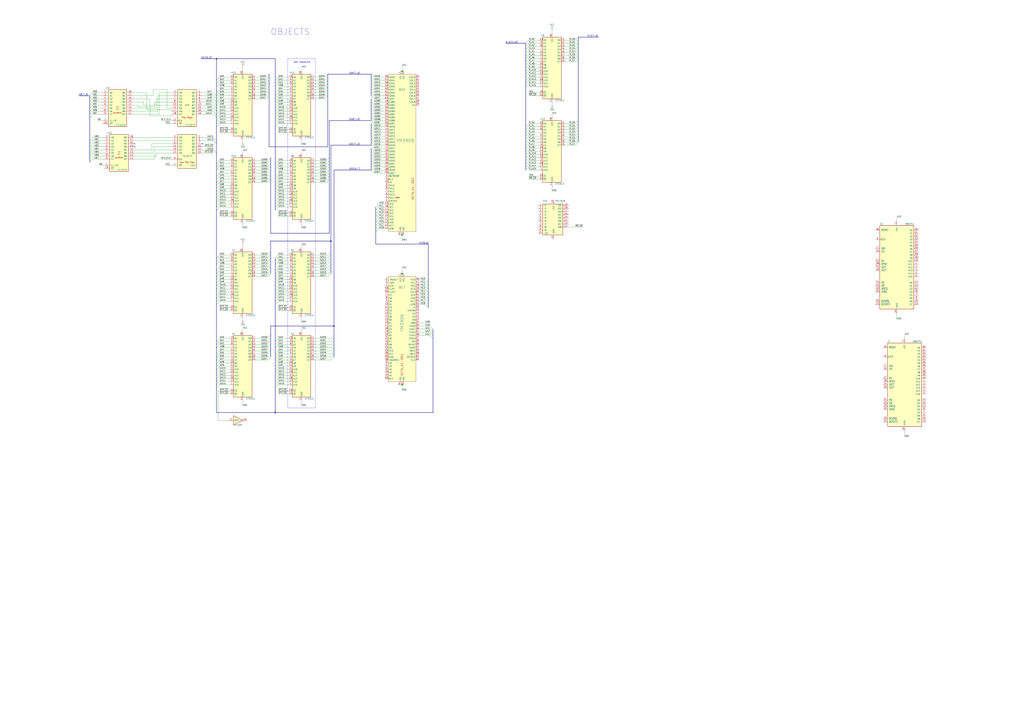
<source format=kicad_sch>
(kicad_sch (version 20211123) (generator eeschema)
  (paper "A1")
  (junction (at 330.2 316.23))
  (junction (at 330.2 224.79))
  (junction (at 226.06 339.09))
  (junction (at 177.8 48.26))
  (junction (at 271.78 198.12))
  (junction (at 330.2 58.42))
  (junction (at 330.2 193.04))
  (junction (at 274.32 267.97))
  (no_connect (at 110.49 120.65))
  (no_connect (at 166.37 118.11))
  (no_connect (at 110.49 118.11))
  (bus_entry (at 266.7 78.74) (size 2.54 -2.54))
  (bus_entry (at 308.61 177.8) (size 2.54 -2.54))
  (bus_entry (at 219.71 142.24) (size 2.54 -2.54))
  (bus_entry (at 177.8 308.61) (size 2.54 -2.54))
  (bus_entry (at 177.8 242.57) (size 2.54 -2.54))
  (bus_entry (at 219.71 214.63) (size 2.54 -2.54))
  (bus_entry (at 226.06 137.16) (size 2.54 -2.54))
  (bus_entry (at 431.8 116.84) (size 2.54 -2.54))
  (bus_entry (at 431.8 111.76) (size 2.54 -2.54))
  (bus_entry (at 226.06 104.14) (size 2.54 -2.54))
  (bus_entry (at 175.26 93.98) (size 2.54 2.54))
  (bus_entry (at 266.7 68.58) (size 2.54 -2.54))
  (bus_entry (at 472.44 114.3) (size 2.54 -2.54))
  (bus_entry (at 177.8 76.2) (size 2.54 -2.54))
  (bus_entry (at 226.06 224.79) (size 2.54 -2.54))
  (bus_entry (at 308.61 170.18) (size 2.54 -2.54))
  (bus_entry (at 177.8 104.14) (size 2.54 -2.54))
  (bus_entry (at 177.8 66.04) (size 2.54 -2.54))
  (bus_entry (at 219.71 139.7) (size 2.54 -2.54))
  (bus_entry (at 472.44 43.18) (size 2.54 -2.54))
  (bus_entry (at 219.71 137.16) (size 2.54 -2.54))
  (bus_entry (at 177.8 300.99) (size 2.54 -2.54))
  (bus_entry (at 307.34 88.9) (size -2.54 -2.54))
  (bus_entry (at 226.06 247.65) (size 2.54 -2.54))
  (bus_entry (at 177.8 83.82) (size -2.54 -2.54))
  (bus_entry (at 431.8 132.08) (size 2.54 -2.54))
  (bus_entry (at 307.34 99.06) (size -2.54 -2.54))
  (bus_entry (at 226.06 250.19) (size 2.54 -2.54))
  (bus_entry (at 218.44 76.2) (size 2.54 -2.54))
  (bus_entry (at 226.06 172.72) (size 2.54 -2.54))
  (bus_entry (at 177.8 167.64) (size 2.54 -2.54))
  (bus_entry (at 226.06 234.95) (size 2.54 -2.54))
  (bus_entry (at 355.6 270.51) (size -2.54 -2.54))
  (bus_entry (at 177.8 147.32) (size 2.54 -2.54))
  (bus_entry (at 351.79 245.11) (size -2.54 -2.54))
  (bus_entry (at 431.8 137.16) (size 2.54 -2.54))
  (bus_entry (at 226.06 280.67) (size 2.54 -2.54))
  (bus_entry (at 269.24 209.55) (size 2.54 -2.54))
  (bus_entry (at 177.8 99.06) (size 2.54 -2.54))
  (bus_entry (at 307.34 132.08) (size -2.54 -2.54))
  (bus_entry (at 226.06 293.37) (size 2.54 -2.54))
  (bus_entry (at 267.97 144.78) (size 2.54 -2.54))
  (bus_entry (at 267.97 147.32) (size 2.54 -2.54))
  (bus_entry (at 472.44 35.56) (size 2.54 -2.54))
  (bus_entry (at 472.44 106.68) (size 2.54 -2.54))
  (bus_entry (at 177.8 303.53) (size 2.54 -2.54))
  (bus_entry (at 472.44 116.84) (size 2.54 -2.54))
  (bus_entry (at 472.44 38.1) (size 2.54 -2.54))
  (bus_entry (at 73.66 91.44) (size 2.54 -2.54))
  (bus_entry (at 308.61 185.42) (size 2.54 -2.54))
  (bus_entry (at 219.71 288.29) (size 2.54 -2.54))
  (bus_entry (at 355.6 273.05) (size -2.54 -2.54))
  (bus_entry (at 73.66 118.11) (size 2.54 -2.54))
  (bus_entry (at 307.34 116.84) (size -2.54 -2.54))
  (bus_entry (at 307.34 139.7) (size -2.54 -2.54))
  (bus_entry (at 177.8 316.23) (size 2.54 -2.54))
  (bus_entry (at 73.66 78.74) (size 2.54 -2.54))
  (bus_entry (at 219.71 212.09) (size 2.54 -2.54))
  (bus_entry (at 226.06 229.87) (size 2.54 -2.54))
  (bus_entry (at 219.71 222.25) (size 2.54 -2.54))
  (bus_entry (at 226.06 217.17) (size 2.54 -2.54))
  (bus_entry (at 271.78 278.13) (size 2.54 -2.54))
  (bus_entry (at 175.26 115.57) (size 2.54 2.54))
  (bus_entry (at 307.34 66.04) (size -2.54 -2.54))
  (bus_entry (at 177.8 83.82) (size 2.54 -2.54))
  (bus_entry (at 226.06 81.28) (size 2.54 -2.54))
  (bus_entry (at 226.06 157.48) (size 2.54 -2.54))
  (bus_entry (at 226.06 306.07) (size 2.54 -2.54))
  (bus_entry (at 355.6 275.59) (size -2.54 -2.54))
  (bus_entry (at 269.24 227.33) (size 2.54 -2.54))
  (bus_entry (at 219.71 144.78) (size 2.54 -2.54))
  (bus_entry (at 219.71 147.32) (size 2.54 -2.54))
  (bus_entry (at 219.71 285.75) (size 2.54 -2.54))
  (bus_entry (at 226.06 99.06) (size 2.54 -2.54))
  (bus_entry (at 226.06 78.74) (size 2.54 -2.54))
  (bus_entry (at 271.78 283.21) (size 2.54 -2.54))
  (bus_entry (at 219.71 278.13) (size 2.54 -2.54))
  (bus_entry (at 226.06 165.1) (size 2.54 -2.54))
  (bus_entry (at 177.8 172.72) (size 2.54 -2.54))
  (bus_entry (at 177.8 160.02) (size 2.54 -2.54))
  (bus_entry (at 177.8 311.15) (size 2.54 -2.54))
  (bus_entry (at 431.8 71.12) (size 2.54 -2.54))
  (bus_entry (at 307.34 104.14) (size -2.54 -2.54))
  (bus_entry (at 307.34 142.24) (size -2.54 -2.54))
  (bus_entry (at 177.8 293.37) (size 2.54 -2.54))
  (bus_entry (at 177.8 93.98) (size 2.54 -2.54))
  (bus_entry (at 472.44 109.22) (size 2.54 -2.54))
  (bus_entry (at 73.66 81.28) (size 2.54 -2.54))
  (bus_entry (at 218.44 66.04) (size 2.54 -2.54))
  (bus_entry (at 307.34 63.5) (size -2.54 -2.54))
  (bus_entry (at 431.8 55.88) (size 2.54 -2.54))
  (bus_entry (at 431.8 35.56) (size 2.54 -2.54))
  (bus_entry (at 73.66 133.35) (size 2.54 -2.54))
  (bus_entry (at 351.79 232.41) (size -2.54 -2.54))
  (bus_entry (at 226.06 311.15) (size 2.54 -2.54))
  (bus_entry (at 219.71 224.79) (size 2.54 -2.54))
  (bus_entry (at 307.34 127) (size -2.54 -2.54))
  (bus_entry (at 431.8 60.96) (size 2.54 -2.54))
  (bus_entry (at 269.24 212.09) (size 2.54 -2.54))
  (bus_entry (at 73.66 83.82) (size 2.54 -2.54))
  (bus_entry (at 267.97 134.62) (size 2.54 -2.54))
  (bus_entry (at 219.71 227.33) (size 2.54 -2.54))
  (bus_entry (at 219.71 209.55) (size 2.54 -2.54))
  (bus_entry (at 226.06 245.11) (size 2.54 -2.54))
  (bus_entry (at 226.06 237.49) (size 2.54 -2.54))
  (bus_entry (at 308.61 190.5) (size 2.54 -2.54))
  (bus_entry (at 269.24 224.79) (size 2.54 -2.54))
  (bus_entry (at 267.97 149.86) (size 2.54 -2.54))
  (bus_entry (at 431.8 63.5) (size 2.54 -2.54))
  (bus_entry (at 307.34 119.38) (size -2.54 -2.54))
  (bus_entry (at 177.8 101.6) (size 2.54 -2.54))
  (bus_entry (at 431.8 68.58) (size 2.54 -2.54))
  (bus_entry (at 307.34 114.3) (size -2.54 -2.54))
  (bus_entry (at 431.8 106.68) (size 2.54 -2.54))
  (bus_entry (at 177.8 71.12) (size 2.54 -2.54))
  (bus_entry (at 177.8 298.45) (size 2.54 -2.54))
  (bus_entry (at 266.7 71.12) (size 2.54 -2.54))
  (bus_entry (at 73.66 130.81) (size 2.54 -2.54))
  (bus_entry (at 73.66 88.9) (size 2.54 -2.54))
  (bus_entry (at 226.06 152.4) (size 2.54 -2.54))
  (bus_entry (at 226.06 222.25) (size 2.54 -2.54))
  (bus_entry (at 267.97 137.16) (size 2.54 -2.54))
  (bus_entry (at 226.06 86.36) (size 2.54 -2.54))
  (bus_entry (at 226.06 88.9) (size 2.54 -2.54))
  (bus_entry (at 219.71 132.08) (size 2.54 -2.54))
  (bus_entry (at 351.79 240.03) (size -2.54 -2.54))
  (bus_entry (at 177.8 149.86) (size 2.54 -2.54))
  (bus_entry (at 431.8 127) (size 2.54 -2.54))
  (bus_entry (at 472.44 104.14) (size 2.54 -2.54))
  (bus_entry (at 472.44 119.38) (size 2.54 -2.54))
  (bus_entry (at 431.8 50.8) (size 2.54 -2.54))
  (bus_entry (at 472.44 33.02) (size 2.54 -2.54))
  (bus_entry (at 177.8 313.69) (size 2.54 -2.54))
  (bus_entry (at 177.8 290.83) (size 2.54 -2.54))
  (bus_entry (at 431.8 109.22) (size 2.54 -2.54))
  (bus_entry (at 266.7 81.28) (size 2.54 -2.54))
  (bus_entry (at 431.8 124.46) (size 2.54 -2.54))
  (bus_entry (at 308.61 180.34) (size 2.54 -2.54))
  (bus_entry (at 431.8 114.3) (size 2.54 -2.54))
  (bus_entry (at 351.79 250.19) (size -2.54 -2.54))
  (bus_entry (at 177.8 318.77) (size 2.54 -2.54))
  (bus_entry (at 226.06 96.52) (size 2.54 -2.54))
  (bus_entry (at 177.8 78.74) (size 2.54 -2.54))
  (bus_entry (at 226.06 144.78) (size 2.54 -2.54))
  (bus_entry (at 266.7 63.5) (size 2.54 -2.54))
  (bus_entry (at 431.8 45.72) (size 2.54 -2.54))
  (bus_entry (at 73.66 115.57) (size 2.54 -2.54))
  (bus_entry (at 218.44 71.12) (size 2.54 -2.54))
  (bus_entry (at 226.06 212.09) (size 2.54 -2.54))
  (bus_entry (at 307.34 129.54) (size -2.54 -2.54))
  (bus_entry (at 226.06 316.23) (size 2.54 -2.54))
  (bus_entry (at 177.8 162.56) (size 2.54 -2.54))
  (bus_entry (at 177.8 88.9) (size -2.54 -2.54))
  (bus_entry (at 177.8 214.63) (size 2.54 -2.54))
  (bus_entry (at 219.71 290.83) (size 2.54 -2.54))
  (bus_entry (at 431.8 58.42) (size 2.54 -2.54))
  (bus_entry (at 219.71 219.71) (size 2.54 -2.54))
  (bus_entry (at 472.44 111.76) (size 2.54 -2.54))
  (bus_entry (at 307.34 68.58) (size -2.54 -2.54))
  (bus_entry (at 269.24 219.71) (size 2.54 -2.54))
  (bus_entry (at 73.66 93.98) (size 2.54 -2.54))
  (bus_entry (at 177.8 68.58) (size 2.54 -2.54))
  (bus_entry (at 351.79 234.95) (size -2.54 -2.54))
  (bus_entry (at 271.78 295.91) (size 2.54 -2.54))
  (bus_entry (at 269.24 217.17) (size 2.54 -2.54))
  (bus_entry (at 177.8 234.95) (size 2.54 -2.54))
  (bus_entry (at 351.79 237.49) (size -2.54 -2.54))
  (bus_entry (at 431.8 104.14) (size 2.54 -2.54))
  (bus_entry (at 307.34 83.82) (size -2.54 -2.54))
  (bus_entry (at 226.06 240.03) (size 2.54 -2.54))
  (bus_entry (at 226.06 91.44) (size 2.54 -2.54))
  (bus_entry (at 177.8 224.79) (size 2.54 -2.54))
  (bus_entry (at 226.06 147.32) (size 2.54 -2.54))
  (bus_entry (at 226.06 214.63) (size 2.54 -2.54))
  (bus_entry (at 431.8 129.54) (size 2.54 -2.54))
  (bus_entry (at 177.8 81.28) (size -2.54 -2.54))
  (bus_entry (at 226.06 71.12) (size 2.54 -2.54))
  (bus_entry (at 219.71 134.62) (size 2.54 -2.54))
  (bus_entry (at 307.34 134.62) (size -2.54 -2.54))
  (bus_entry (at 308.61 182.88) (size 2.54 -2.54))
  (bus_entry (at 351.79 247.65) (size -2.54 -2.54))
  (bus_entry (at 226.06 242.57) (size 2.54 -2.54))
  (bus_entry (at 73.66 128.27) (size 2.54 -2.54))
  (bus_entry (at 269.24 214.63) (size 2.54 -2.54))
  (bus_entry (at 472.44 45.72) (size 2.54 -2.54))
  (bus_entry (at 226.06 76.2) (size 2.54 -2.54))
  (bus_entry (at 271.78 285.75) (size 2.54 -2.54))
  (bus_entry (at 226.06 154.94) (size 2.54 -2.54))
  (bus_entry (at 271.78 288.29) (size 2.54 -2.54))
  (bus_entry (at 226.06 285.75) (size 2.54 -2.54))
  (bus_entry (at 177.8 134.62) (size 2.54 -2.54))
  (bus_entry (at 431.8 119.38) (size 2.54 -2.54))
  (bus_entry (at 226.06 308.61) (size 2.54 -2.54))
  (bus_entry (at 472.44 40.64) (size 2.54 -2.54))
  (bus_entry (at 177.8 86.36) (size 2.54 -2.54))
  (bus_entry (at 226.06 298.45) (size 2.54 -2.54))
  (bus_entry (at 226.06 167.64) (size 2.54 -2.54))
  (bus_entry (at 226.06 170.18) (size 2.54 -2.54))
  (bus_entry (at 271.78 293.37) (size 2.54 -2.54))
  (bus_entry (at 177.8 144.78) (size 2.54 -2.54))
  (bus_entry (at 226.06 303.53) (size 2.54 -2.54))
  (bus_entry (at 307.34 93.98) (size -2.54 -2.54))
  (bus_entry (at 431.8 48.26) (size 2.54 -2.54))
  (bus_entry (at 73.66 96.52) (size 2.54 -2.54))
  (bus_entry (at 307.34 111.76) (size -2.54 -2.54))
  (bus_entry (at 175.26 123.19) (size 2.54 2.54))
  (bus_entry (at 266.7 66.04) (size 2.54 -2.54))
  (bus_entry (at 307.34 101.6) (size -2.54 -2.54))
  (bus_entry (at 307.34 137.16) (size -2.54 -2.54))
  (bus_entry (at 177.8 227.33) (size 2.54 -2.54))
  (bus_entry (at 177.8 96.52) (size 2.54 -2.54))
  (bus_entry (at 431.8 134.62) (size 2.54 -2.54))
  (bus_entry (at 177.8 91.44) (size -2.54 -2.54))
  (bus_entry (at 177.8 247.65) (size 2.54 -2.54))
  (bus_entry (at 73.66 120.65) (size 2.54 -2.54))
  (bus_entry (at 307.34 71.12) (size -2.54 -2.54))
  (bus_entry (at 266.7 73.66) (size 2.54 -2.54))
  (bus_entry (at 307.34 81.28) (size -2.54 -2.54))
  (bus_entry (at 267.97 142.24) (size 2.54 -2.54))
  (bus_entry (at 218.44 68.58) (size 2.54 -2.54))
  (bus_entry (at 307.34 86.36) (size -2.54 -2.54))
  (bus_entry (at 177.8 91.44) (size 2.54 -2.54))
  (bus_entry (at 218.44 78.74) (size 2.54 -2.54))
  (bus_entry (at 226.06 139.7) (size 2.54 -2.54))
  (bus_entry (at 431.8 53.34) (size 2.54 -2.54))
  (bus_entry (at 307.34 78.74) (size -2.54 -2.54))
  (bus_entry (at 431.8 121.92) (size 2.54 -2.54))
  (bus_entry (at 226.06 93.98) (size 2.54 -2.54))
  (bus_entry (at 271.78 290.83) (size 2.54 -2.54))
  (bus_entry (at 73.66 86.36) (size 2.54 -2.54))
  (bus_entry (at 226.06 283.21) (size 2.54 -2.54))
  (bus_entry (at 73.66 123.19) (size 2.54 -2.54))
  (bus_entry (at 226.06 290.83) (size 2.54 -2.54))
  (bus_entry (at 308.61 175.26) (size 2.54 -2.54))
  (bus_entry (at 219.71 283.21) (size 2.54 -2.54))
  (bus_entry (at 226.06 83.82) (size 2.54 -2.54))
  (bus_entry (at 219.71 295.91) (size 2.54 -2.54))
  (bus_entry (at 177.8 295.91) (size 2.54 -2.54))
  (bus_entry (at 431.8 38.1) (size 2.54 -2.54))
  (bus_entry (at 269.24 222.25) (size 2.54 -2.54))
  (bus_entry (at 307.34 121.92) (size -2.54 -2.54))
  (bus_entry (at 177.8 237.49) (size 2.54 -2.54))
  (bus_entry (at 177.8 157.48) (size 2.54 -2.54))
  (bus_entry (at 226.06 300.99) (size 2.54 -2.54))
  (bus_entry (at 175.26 113.03) (size 2.54 2.54))
  (bus_entry (at 226.06 318.77) (size 2.54 -2.54))
  (bus_entry (at 177.8 280.67) (size 2.54 -2.54))
  (bus_entry (at 472.44 50.8) (size 2.54 -2.54))
  (bus_entry (at 177.8 86.36) (size -2.54 -2.54))
  (bus_entry (at 177.8 154.94) (size 2.54 -2.54))
  (bus_entry (at 431.8 66.04) (size 2.54 -2.54))
  (bus_entry (at 175.26 76.2) (size 2.54 2.54))
  (bus_entry (at 175.26 91.44) (size 2.54 2.54))
  (bus_entry (at 226.06 68.58) (size 2.54 -2.54))
  (bus_entry (at 351.79 252.73) (size -2.54 -2.54))
  (bus_entry (at 308.61 187.96) (size 2.54 -2.54))
  (bus_entry (at 177.8 283.21) (size 2.54 -2.54))
  (bus_entry (at 472.44 101.6) (size 2.54 -2.54))
  (bus_entry (at 351.79 242.57) (size -2.54 -2.54))
  (bus_entry (at 218.44 73.66) (size 2.54 -2.54))
  (bus_entry (at 271.78 280.67) (size 2.54 -2.54))
  (bus_entry (at 177.8 250.19) (size 2.54 -2.54))
  (bus_entry (at 226.06 227.33) (size 2.54 -2.54))
  (bus_entry (at 307.34 76.2) (size -2.54 -2.54))
  (bus_entry (at 219.71 217.17) (size 2.54 -2.54))
  (bus_entry (at 219.71 293.37) (size 2.54 -2.54))
  (bus_entry (at 177.8 306.07) (size 2.54 -2.54))
  (bus_entry (at 177.8 165.1) (size 2.54 -2.54))
  (bus_entry (at 177.8 137.16) (size 2.54 -2.54))
  (bus_entry (at 177.8 212.09) (size 2.54 -2.54))
  (bus_entry (at 177.8 152.4) (size 2.54 -2.54))
  (bus_entry (at 226.06 162.56) (size 2.54 -2.54))
  (bus_entry (at 226.06 295.91) (size 2.54 -2.54))
  (bus_entry (at 431.8 40.64) (size 2.54 -2.54))
  (bus_entry (at 307.34 96.52) (size -2.54 -2.54))
  (bus_entry (at 218.44 63.5) (size 2.54 -2.54))
  (bus_entry (at 219.71 280.67) (size 2.54 -2.54))
  (bus_entry (at 307.34 73.66) (size -2.54 -2.54))
  (bus_entry (at 431.8 43.18) (size 2.54 -2.54))
  (bus_entry (at 226.06 232.41) (size 2.54 -2.54))
  (bus_entry (at 177.8 232.41) (size 2.54 -2.54))
  (bus_entry (at 177.8 139.7) (size 2.54 -2.54))
  (bus_entry (at 431.8 139.7) (size 2.54 -2.54))
  (bus_entry (at 307.34 124.46) (size -2.54 -2.54))
  (bus_entry (at 307.34 109.22) (size -2.54 -2.54))
  (bus_entry (at 226.06 134.62) (size 2.54 -2.54))
  (bus_entry (at 177.8 240.03) (size 2.54 -2.54))
  (bus_entry (at 177.8 222.25) (size 2.54 -2.54))
  (bus_entry (at 177.8 170.18) (size 2.54 -2.54))
  (bus_entry (at 307.34 106.68) (size -2.54 -2.54))
  (bus_entry (at 226.06 313.69) (size 2.54 -2.54))
  (bus_entry (at 177.8 229.87) (size 2.54 -2.54))
  (bus_entry (at 177.8 245.11) (size 2.54 -2.54))
  (bus_entry (at 219.71 149.86) (size 2.54 -2.54))
  (bus_entry (at 226.06 149.86) (size 2.54 -2.54))
  (bus_entry (at 355.6 278.13) (size -2.54 -2.54))
  (bus_entry (at 226.06 101.6) (size 2.54 -2.54))
  (bus_entry (at 226.06 66.04) (size 2.54 -2.54))
  (bus_entry (at 177.8 217.17) (size 2.54 -2.54))
  (bus_entry (at 472.44 48.26) (size 2.54 -2.54))
  (bus_entry (at 177.8 88.9) (size 2.54 -2.54))
  (bus_entry (at 267.97 139.7) (size 2.54 -2.54))
  (bus_entry (at 177.8 285.75) (size 2.54 -2.54))
  (bus_entry (at 308.61 172.72) (size 2.54 -2.54))
  (bus_entry (at 266.7 76.2) (size 2.54 -2.54))
  (bus_entry (at 226.06 160.02) (size 2.54 -2.54))
  (bus_entry (at 177.8 81.28) (size 2.54 -2.54))
  (bus_entry (at 73.66 125.73) (size 2.54 -2.54))
  (bus_entry (at 267.97 132.08) (size 2.54 -2.54))
  (bus_entry (at 307.34 91.44) (size -2.54 -2.54))
  (bus_entry (at 218.44 81.28) (size 2.54 -2.54))
  (bus (pts (xy 474.98 30.48) (xy 491.49 30.48)))
  (wire (pts (xy 180.34 139.7) (xy 189.23 139.7)))
  (bus (pts (xy 222.25 275.59) (xy 222.25 267.97)))
  (bus (pts (xy 226.06 316.23) (xy 226.06 318.77)))
  (wire (pts (xy 180.34 137.16) (xy 189.23 137.16)))
  (wire (pts (xy 199.39 260.35) (xy 199.39 262.89)))
  (wire (pts (xy 180.34 170.18) (xy 189.23 170.18)))
  (wire (pts (xy 228.6 137.16) (xy 237.49 137.16)))
  (bus (pts (xy 271.78 214.63) (xy 271.78 217.17)))
  (bus (pts (xy 431.8 134.62) (xy 431.8 137.16)))
  (bus (pts (xy 73.66 123.19) (xy 73.66 125.73)))
  (wire (pts (xy 228.6 219.71) (xy 237.49 219.71)))
  (bus (pts (xy 269.24 60.96) (xy 304.8 60.96)))
  (wire (pts (xy 228.6 245.11) (xy 237.49 245.11)))
  (wire (pts (xy 180.34 147.32) (xy 189.23 147.32)))
  (bus (pts (xy 308.61 170.18) (xy 308.61 172.72)))
  (bus (pts (xy 177.8 154.94) (xy 177.8 157.48)))
  (wire (pts (xy 330.2 193.04) (xy 330.2 198.12)))
  (bus (pts (xy 226.06 293.37) (xy 226.06 295.91)))
  (wire (pts (xy 209.55 290.83) (xy 219.71 290.83)))
  (wire (pts (xy 180.34 132.08) (xy 189.23 132.08)))
  (bus (pts (xy 431.8 137.16) (xy 431.8 139.7)))
  (wire (pts (xy 128.27 128.27) (xy 110.49 128.27)))
  (bus (pts (xy 177.8 227.33) (xy 177.8 229.87)))
  (bus (pts (xy 270.51 139.7) (xy 270.51 137.16)))
  (wire (pts (xy 180.34 232.41) (xy 189.23 232.41)))
  (bus (pts (xy 177.8 280.67) (xy 177.8 283.21)))
  (wire (pts (xy 434.34 43.18) (xy 443.23 43.18)))
  (wire (pts (xy 316.23 114.3) (xy 307.34 114.3)))
  (wire (pts (xy 80.01 99.06) (xy 83.82 99.06)))
  (wire (pts (xy 128.27 81.28) (xy 128.27 88.9)))
  (wire (pts (xy 209.55 139.7) (xy 219.71 139.7)))
  (bus (pts (xy 271.78 207.01) (xy 271.78 209.55)))
  (bus (pts (xy 226.06 298.45) (xy 226.06 300.99)))
  (bus (pts (xy 177.8 157.48) (xy 177.8 160.02)))
  (wire (pts (xy 434.34 68.58) (xy 443.23 68.58)))
  (wire (pts (xy 344.17 234.95) (xy 349.25 234.95)))
  (wire (pts (xy 228.6 252.73) (xy 237.49 252.73)))
  (wire (pts (xy 316.23 132.08) (xy 307.34 132.08)))
  (wire (pts (xy 140.97 118.11) (xy 124.46 118.11)))
  (wire (pts (xy 344.17 242.57) (xy 349.25 242.57)))
  (wire (pts (xy 434.34 55.88) (xy 443.23 55.88)))
  (wire (pts (xy 228.6 303.53) (xy 237.49 303.53)))
  (wire (pts (xy 228.6 66.04) (xy 237.49 66.04)))
  (bus (pts (xy 431.8 38.1) (xy 431.8 40.64)))
  (wire (pts (xy 228.6 293.37) (xy 237.49 293.37)))
  (wire (pts (xy 316.23 101.6) (xy 307.34 101.6)))
  (bus (pts (xy 270.51 134.62) (xy 270.51 132.08)))
  (wire (pts (xy 228.6 132.08) (xy 237.49 132.08)))
  (wire (pts (xy 76.2 115.57) (xy 85.09 115.57)))
  (wire (pts (xy 434.34 121.92) (xy 443.23 121.92)))
  (bus (pts (xy 226.06 242.57) (xy 226.06 245.11)))
  (wire (pts (xy 228.6 295.91) (xy 237.49 295.91)))
  (wire (pts (xy 316.23 134.62) (xy 307.34 134.62)))
  (wire (pts (xy 434.34 101.6) (xy 443.23 101.6)))
  (wire (pts (xy 209.55 278.13) (xy 219.71 278.13)))
  (wire (pts (xy 434.34 45.72) (xy 443.23 45.72)))
  (bus (pts (xy 177.8 242.57) (xy 177.8 245.11)))
  (wire (pts (xy 463.55 114.3) (xy 472.44 114.3)))
  (wire (pts (xy 209.55 285.75) (xy 219.71 285.75)))
  (bus (pts (xy 226.06 86.36) (xy 226.06 88.9)))
  (wire (pts (xy 463.55 111.76) (xy 472.44 111.76)))
  (wire (pts (xy 247.65 114.3) (xy 247.65 119.38)))
  (wire (pts (xy 257.81 142.24) (xy 267.97 142.24)))
  (bus (pts (xy 222.25 129.54) (xy 222.25 132.08)))
  (wire (pts (xy 228.6 63.5) (xy 237.49 63.5)))
  (bus (pts (xy 222.25 285.75) (xy 222.25 283.21)))
  (wire (pts (xy 463.55 109.22) (xy 472.44 109.22)))
  (wire (pts (xy 180.34 255.27) (xy 189.23 255.27)))
  (wire (pts (xy 180.34 209.55) (xy 189.23 209.55)))
  (wire (pts (xy 180.34 165.1) (xy 189.23 165.1)))
  (wire (pts (xy 257.81 76.2) (xy 266.7 76.2)))
  (wire (pts (xy 353.06 270.51) (xy 344.17 270.51)))
  (bus (pts (xy 226.06 147.32) (xy 226.06 149.86)))
  (wire (pts (xy 209.55 293.37) (xy 219.71 293.37)))
  (bus (pts (xy 304.8 111.76) (xy 304.8 114.3)))
  (bus (pts (xy 304.8 96.52) (xy 304.8 99.06)))
  (wire (pts (xy 228.6 167.64) (xy 237.49 167.64)))
  (wire (pts (xy 128.27 88.9) (xy 109.22 88.9)))
  (bus (pts (xy 177.8 83.82) (xy 177.8 86.36)))
  (wire (pts (xy 180.34 288.29) (xy 189.23 288.29)))
  (wire (pts (xy 209.55 66.04) (xy 218.44 66.04)))
  (wire (pts (xy 166.37 78.74) (xy 175.26 78.74)))
  (wire (pts (xy 344.17 250.19) (xy 349.25 250.19)))
  (wire (pts (xy 209.55 78.74) (xy 218.44 78.74)))
  (wire (pts (xy 247.65 260.35) (xy 247.65 265.43)))
  (wire (pts (xy 76.2 113.03) (xy 85.09 113.03)))
  (wire (pts (xy 120.65 76.2) (xy 120.65 90.17)))
  (bus (pts (xy 270.51 147.32) (xy 270.51 144.78)))
  (wire (pts (xy 344.17 232.41) (xy 349.25 232.41)))
  (wire (pts (xy 228.6 86.36) (xy 237.49 86.36)))
  (bus (pts (xy 73.66 96.52) (xy 73.66 115.57)))
  (wire (pts (xy 228.6 285.75) (xy 237.49 285.75)))
  (bus (pts (xy 177.8 234.95) (xy 177.8 237.49)))
  (wire (pts (xy 180.34 160.02) (xy 189.23 160.02)))
  (bus (pts (xy 274.32 290.83) (xy 274.32 293.37)))
  (wire (pts (xy 257.81 222.25) (xy 269.24 222.25)))
  (bus (pts (xy 304.8 73.66) (xy 304.8 76.2)))
  (bus (pts (xy 269.24 78.74) (xy 269.24 120.65)))
  (bus (pts (xy 177.8 93.98) (xy 177.8 96.52)))
  (wire (pts (xy 434.34 38.1) (xy 443.23 38.1)))
  (wire (pts (xy 228.6 134.62) (xy 237.49 134.62)))
  (wire (pts (xy 124.46 123.19) (xy 110.49 123.19)))
  (bus (pts (xy 271.78 217.17) (xy 271.78 219.71)))
  (bus (pts (xy 274.32 285.75) (xy 274.32 288.29)))
  (wire (pts (xy 209.55 212.09) (xy 219.71 212.09)))
  (bus (pts (xy 226.06 234.95) (xy 226.06 237.49)))
  (bus (pts (xy 177.8 149.86) (xy 177.8 152.4)))
  (wire (pts (xy 76.2 130.81) (xy 85.09 130.81)))
  (bus (pts (xy 474.98 45.72) (xy 474.98 48.26)))
  (wire (pts (xy 179.07 345.44) (xy 187.96 345.44)))
  (wire (pts (xy 257.81 293.37) (xy 271.78 293.37)))
  (bus (pts (xy 308.61 190.5) (xy 308.61 200.66)))
  (wire (pts (xy 228.6 144.78) (xy 237.49 144.78)))
  (wire (pts (xy 132.08 99.06) (xy 140.97 99.06)))
  (bus (pts (xy 73.66 125.73) (xy 73.66 128.27)))
  (wire (pts (xy 175.26 115.57) (xy 166.37 115.57)))
  (bus (pts (xy 222.25 280.67) (xy 222.25 278.13)))
  (wire (pts (xy 228.6 154.94) (xy 237.49 154.94)))
  (bus (pts (xy 226.06 250.19) (xy 226.06 280.67)))
  (bus (pts (xy 177.8 125.73) (xy 177.8 134.62)))
  (bus (pts (xy 351.79 250.19) (xy 351.79 247.65)))
  (wire (pts (xy 434.34 116.84) (xy 443.23 116.84)))
  (bus (pts (xy 351.79 234.95) (xy 351.79 232.41)))
  (wire (pts (xy 228.6 76.2) (xy 237.49 76.2)))
  (wire (pts (xy 180.34 78.74) (xy 189.23 78.74)))
  (bus (pts (xy 226.06 224.79) (xy 226.06 227.33)))
  (bus (pts (xy 474.98 30.48) (xy 474.98 33.02)))
  (wire (pts (xy 311.15 175.26) (xy 316.23 175.26)))
  (bus (pts (xy 177.8 295.91) (xy 177.8 298.45)))
  (wire (pts (xy 228.6 93.98) (xy 237.49 93.98)))
  (wire (pts (xy 175.26 88.9) (xy 166.37 88.9)))
  (bus (pts (xy 226.06 88.9) (xy 226.06 91.44)))
  (wire (pts (xy 180.34 76.2) (xy 189.23 76.2)))
  (bus (pts (xy 222.25 142.24) (xy 222.25 144.78)))
  (bus (pts (xy 474.98 38.1) (xy 474.98 40.64)))
  (wire (pts (xy 209.55 68.58) (xy 218.44 68.58)))
  (wire (pts (xy 316.23 111.76) (xy 307.34 111.76)))
  (polyline (pts (xy 259.08 335.28) (xy 259.08 48.26)))
  (bus (pts (xy 226.06 76.2) (xy 226.06 78.74)))
  (wire (pts (xy 228.6 313.69) (xy 237.49 313.69)))
  (wire (pts (xy 175.26 81.28) (xy 166.37 81.28)))
  (wire (pts (xy 257.81 214.63) (xy 269.24 214.63)))
  (polyline (pts (xy 236.22 48.26) (xy 236.22 335.28)))
  (wire (pts (xy 353.06 273.05) (xy 344.17 273.05)))
  (bus (pts (xy 177.8 217.17) (xy 177.8 222.25)))
  (bus (pts (xy 308.61 175.26) (xy 308.61 177.8)))
  (bus (pts (xy 222.25 207.01) (xy 222.25 198.12)))
  (bus (pts (xy 271.78 219.71) (xy 271.78 222.25)))
  (bus (pts (xy 308.61 185.42) (xy 308.61 187.96)))
  (wire (pts (xy 228.6 147.32) (xy 237.49 147.32)))
  (wire (pts (xy 228.6 255.27) (xy 237.49 255.27)))
  (wire (pts (xy 316.23 68.58) (xy 307.34 68.58)))
  (wire (pts (xy 180.34 109.22) (xy 189.23 109.22)))
  (bus (pts (xy 177.8 48.26) (xy 226.06 48.26)))
  (wire (pts (xy 228.6 237.49) (xy 237.49 237.49)))
  (wire (pts (xy 209.55 63.5) (xy 218.44 63.5)))
  (wire (pts (xy 179.07 321.31) (xy 179.07 345.44)))
  (bus (pts (xy 226.06 306.07) (xy 226.06 308.61)))
  (wire (pts (xy 257.81 66.04) (xy 266.7 66.04)))
  (wire (pts (xy 209.55 144.78) (xy 219.71 144.78)))
  (bus (pts (xy 351.79 200.66) (xy 308.61 200.66)))
  (bus (pts (xy 226.06 285.75) (xy 226.06 290.83)))
  (bus (pts (xy 304.8 116.84) (xy 304.8 119.38)))
  (wire (pts (xy 434.34 104.14) (xy 443.23 104.14)))
  (bus (pts (xy 177.8 232.41) (xy 177.8 234.95)))
  (bus (pts (xy 222.25 191.77) (xy 270.51 191.77)))
  (bus (pts (xy 431.8 35.56) (xy 431.8 38.1)))
  (wire (pts (xy 228.6 209.55) (xy 237.49 209.55)))
  (wire (pts (xy 344.17 229.87) (xy 349.25 229.87)))
  (wire (pts (xy 228.6 96.52) (xy 237.49 96.52)))
  (bus (pts (xy 271.78 119.38) (xy 271.78 198.12)))
  (wire (pts (xy 434.34 71.12) (xy 443.23 71.12)))
  (bus (pts (xy 274.32 278.13) (xy 274.32 280.67)))
  (wire (pts (xy 228.6 152.4) (xy 237.49 152.4)))
  (bus (pts (xy 177.8 101.6) (xy 177.8 104.14)))
  (bus (pts (xy 304.8 60.96) (xy 304.8 63.5)))
  (wire (pts (xy 316.23 142.24) (xy 307.34 142.24)))
  (wire (pts (xy 135.89 135.89) (xy 140.97 135.89)))
  (bus (pts (xy 177.8 104.14) (xy 177.8 115.57)))
  (bus (pts (xy 165.1 48.26) (xy 177.8 48.26)))
  (bus (pts (xy 73.66 83.82) (xy 73.66 86.36)))
  (wire (pts (xy 228.6 160.02) (xy 237.49 160.02)))
  (bus (pts (xy 304.8 139.7) (xy 274.32 139.7)))
  (bus (pts (xy 226.06 229.87) (xy 226.06 232.41)))
  (bus (pts (xy 177.8 240.03) (xy 177.8 242.57)))
  (bus (pts (xy 222.25 198.12) (xy 271.78 198.12)))
  (wire (pts (xy 434.34 139.7) (xy 443.23 139.7)))
  (wire (pts (xy 76.2 76.2) (xy 83.82 76.2)))
  (wire (pts (xy 140.97 123.19) (xy 127 123.19)))
  (wire (pts (xy 247.65 182.88) (xy 247.65 187.96)))
  (bus (pts (xy 226.06 214.63) (xy 226.06 217.17)))
  (bus (pts (xy 177.8 167.64) (xy 177.8 170.18)))
  (wire (pts (xy 434.34 33.02) (xy 443.23 33.02)))
  (wire (pts (xy 180.34 91.44) (xy 189.23 91.44)))
  (bus (pts (xy 73.66 86.36) (xy 73.66 88.9)))
  (wire (pts (xy 228.6 323.85) (xy 237.49 323.85)))
  (wire (pts (xy 463.55 50.8) (xy 472.44 50.8)))
  (wire (pts (xy 180.34 81.28) (xy 189.23 81.28)))
  (wire (pts (xy 180.34 167.64) (xy 189.23 167.64)))
  (wire (pts (xy 434.34 76.2) (xy 443.23 76.2)))
  (bus (pts (xy 177.8 212.09) (xy 177.8 214.63)))
  (wire (pts (xy 76.2 128.27) (xy 85.09 128.27)))
  (wire (pts (xy 228.6 157.48) (xy 237.49 157.48)))
  (bus (pts (xy 431.8 121.92) (xy 431.8 124.46)))
  (bus (pts (xy 269.24 63.5) (xy 269.24 66.04)))
  (wire (pts (xy 463.55 38.1) (xy 472.44 38.1)))
  (bus (pts (xy 431.8 48.26) (xy 431.8 50.8)))
  (bus (pts (xy 351.79 237.49) (xy 351.79 234.95)))
  (bus (pts (xy 226.06 66.04) (xy 226.06 68.58)))
  (wire (pts (xy 180.34 175.26) (xy 189.23 175.26)))
  (bus (pts (xy 177.8 66.04) (xy 177.8 68.58)))
  (wire (pts (xy 209.55 295.91) (xy 219.71 295.91)))
  (wire (pts (xy 76.2 118.11) (xy 85.09 118.11)))
  (wire (pts (xy 353.06 275.59) (xy 344.17 275.59)))
  (bus (pts (xy 177.8 311.15) (xy 177.8 313.69)))
  (wire (pts (xy 228.6 298.45) (xy 237.49 298.45)))
  (wire (pts (xy 180.34 154.94) (xy 189.23 154.94)))
  (bus (pts (xy 222.25 293.37) (xy 222.25 290.83)))
  (polyline (pts (xy 236.22 48.26) (xy 259.08 48.26)))
  (wire (pts (xy 316.23 104.14) (xy 307.34 104.14)))
  (bus (pts (xy 431.8 55.88) (xy 431.8 58.42)))
  (bus (pts (xy 222.25 217.17) (xy 222.25 214.63)))
  (bus (pts (xy 226.06 313.69) (xy 226.06 316.23)))
  (bus (pts (xy 431.8 109.22) (xy 431.8 111.76)))
  (wire (pts (xy 311.15 177.8) (xy 316.23 177.8)))
  (wire (pts (xy 434.34 58.42) (xy 443.23 58.42)))
  (bus (pts (xy 220.98 120.65) (xy 269.24 120.65)))
  (wire (pts (xy 316.23 63.5) (xy 307.34 63.5)))
  (wire (pts (xy 110.49 113.03) (xy 140.97 113.03)))
  (bus (pts (xy 304.8 114.3) (xy 304.8 116.84)))
  (wire (pts (xy 175.26 83.82) (xy 166.37 83.82)))
  (wire (pts (xy 209.55 132.08) (xy 219.71 132.08)))
  (bus (pts (xy 73.66 128.27) (xy 73.66 130.81)))
  (wire (pts (xy 140.97 78.74) (xy 129.54 78.74)))
  (bus (pts (xy 177.8 76.2) (xy 177.8 78.74)))
  (wire (pts (xy 140.97 86.36) (xy 118.11 86.36)))
  (bus (pts (xy 226.06 154.94) (xy 226.06 157.48)))
  (wire (pts (xy 199.39 114.3) (xy 199.39 116.84)))
  (bus (pts (xy 220.98 68.58) (xy 220.98 71.12)))
  (wire (pts (xy 434.34 40.64) (xy 443.23 40.64)))
  (wire (pts (xy 311.15 182.88) (xy 316.23 182.88)))
  (bus (pts (xy 177.8 88.9) (xy 177.8 91.44)))
  (wire (pts (xy 316.23 78.74) (xy 307.34 78.74)))
  (bus (pts (xy 226.06 144.78) (xy 226.06 147.32)))
  (bus (pts (xy 304.8 93.98) (xy 304.8 96.52)))
  (wire (pts (xy 463.55 101.6) (xy 472.44 101.6)))
  (bus (pts (xy 351.79 232.41) (xy 351.79 200.66)))
  (wire (pts (xy 125.73 73.66) (xy 125.73 78.74)))
  (wire (pts (xy 180.34 308.61) (xy 189.23 308.61)))
  (bus (pts (xy 226.06 339.09) (xy 355.6 339.09)))
  (wire (pts (xy 140.97 76.2) (xy 130.81 76.2)))
  (bus (pts (xy 304.8 101.6) (xy 304.8 104.14)))
  (bus (pts (xy 431.8 106.68) (xy 431.8 109.22)))
  (bus (pts (xy 226.06 247.65) (xy 226.06 250.19)))
  (wire (pts (xy 463.55 104.14) (xy 472.44 104.14)))
  (wire (pts (xy 228.6 229.87) (xy 237.49 229.87)))
  (wire (pts (xy 209.55 209.55) (xy 219.71 209.55)))
  (wire (pts (xy 180.34 285.75) (xy 189.23 285.75)))
  (wire (pts (xy 228.6 280.67) (xy 237.49 280.67)))
  (bus (pts (xy 226.06 149.86) (xy 226.06 152.4)))
  (wire (pts (xy 344.17 240.03) (xy 349.25 240.03)))
  (bus (pts (xy 474.98 111.76) (xy 474.98 114.3)))
  (wire (pts (xy 140.97 95.25) (xy 140.97 93.98)))
  (wire (pts (xy 180.34 212.09) (xy 189.23 212.09)))
  (wire (pts (xy 257.81 278.13) (xy 271.78 278.13)))
  (wire (pts (xy 180.34 237.49) (xy 189.23 237.49)))
  (bus (pts (xy 271.78 222.25) (xy 271.78 224.79)))
  (bus (pts (xy 304.8 124.46) (xy 304.8 127)))
  (bus (pts (xy 304.8 76.2) (xy 304.8 78.74)))
  (bus (pts (xy 308.61 172.72) (xy 308.61 175.26)))
  (wire (pts (xy 257.81 219.71) (xy 269.24 219.71)))
  (wire (pts (xy 180.34 219.71) (xy 189.23 219.71)))
  (wire (pts (xy 228.6 316.23) (xy 237.49 316.23)))
  (bus (pts (xy 431.8 53.34) (xy 431.8 55.88)))
  (wire (pts (xy 463.55 33.02) (xy 472.44 33.02)))
  (wire (pts (xy 76.2 91.44) (xy 83.82 91.44)))
  (wire (pts (xy 180.34 93.98) (xy 189.23 93.98)))
  (wire (pts (xy 328.93 58.42) (xy 330.2 58.42)))
  (bus (pts (xy 226.06 160.02) (xy 226.06 162.56)))
  (bus (pts (xy 226.06 162.56) (xy 226.06 165.1)))
  (bus (pts (xy 177.8 99.06) (xy 177.8 101.6)))
  (wire (pts (xy 434.34 144.78) (xy 443.23 144.78)))
  (bus (pts (xy 431.8 68.58) (xy 431.8 71.12)))
  (wire (pts (xy 109.22 81.28) (xy 123.19 81.28)))
  (bus (pts (xy 177.8 78.74) (xy 177.8 81.28)))
  (wire (pts (xy 180.34 295.91) (xy 189.23 295.91)))
  (bus (pts (xy 177.8 298.45) (xy 177.8 300.99)))
  (bus (pts (xy 226.06 71.12) (xy 226.06 76.2)))
  (wire (pts (xy 180.34 162.56) (xy 189.23 162.56)))
  (wire (pts (xy 199.39 54.61) (xy 199.39 58.42)))
  (wire (pts (xy 330.2 316.23) (xy 331.47 316.23)))
  (bus (pts (xy 226.06 104.14) (xy 226.06 134.62)))
  (bus (pts (xy 177.8 237.49) (xy 177.8 240.03)))
  (wire (pts (xy 140.97 81.28) (xy 128.27 81.28)))
  (bus (pts (xy 177.8 71.12) (xy 177.8 76.2)))
  (wire (pts (xy 257.81 81.28) (xy 266.7 81.28)))
  (polyline (pts (xy 236.22 335.28) (xy 259.08 335.28)))
  (bus (pts (xy 308.61 180.34) (xy 308.61 182.88)))
  (wire (pts (xy 228.6 283.21) (xy 237.49 283.21)))
  (wire (pts (xy 180.34 222.25) (xy 189.23 222.25)))
  (bus (pts (xy 177.8 152.4) (xy 177.8 154.94)))
  (bus (pts (xy 73.66 115.57) (xy 73.66 118.11)))
  (wire (pts (xy 247.65 124.46) (xy 247.65 127)))
  (wire (pts (xy 316.23 99.06) (xy 307.34 99.06)))
  (bus (pts (xy 226.06 222.25) (xy 226.06 224.79)))
  (bus (pts (xy 271.78 212.09) (xy 271.78 214.63)))
  (bus (pts (xy 308.61 187.96) (xy 308.61 190.5)))
  (bus (pts (xy 73.66 81.28) (xy 73.66 83.82)))
  (wire (pts (xy 228.6 300.99) (xy 237.49 300.99)))
  (wire (pts (xy 180.34 245.11) (xy 189.23 245.11)))
  (wire (pts (xy 180.34 157.48) (xy 189.23 157.48)))
  (bus (pts (xy 274.32 267.97) (xy 274.32 275.59)))
  (wire (pts (xy 463.55 45.72) (xy 472.44 45.72)))
  (wire (pts (xy 125.73 120.65) (xy 140.97 120.65)))
  (wire (pts (xy 180.34 252.73) (xy 189.23 252.73)))
  (wire (pts (xy 257.81 78.74) (xy 266.7 78.74)))
  (bus (pts (xy 226.06 170.18) (xy 226.06 172.72)))
  (bus (pts (xy 177.8 147.32) (xy 177.8 149.86)))
  (wire (pts (xy 228.6 170.18) (xy 237.49 170.18)))
  (wire (pts (xy 130.81 76.2) (xy 130.81 93.98)))
  (bus (pts (xy 177.8 118.11) (xy 177.8 125.73)))
  (wire (pts (xy 330.2 316.23) (xy 330.2 321.31)))
  (wire (pts (xy 316.23 139.7) (xy 307.34 139.7)))
  (bus (pts (xy 177.8 316.23) (xy 177.8 318.77)))
  (bus (pts (xy 226.06 240.03) (xy 226.06 242.57)))
  (bus (pts (xy 304.8 81.28) (xy 304.8 83.82)))
  (bus (pts (xy 73.66 78.74) (xy 73.66 81.28)))
  (wire (pts (xy 228.6 101.6) (xy 237.49 101.6)))
  (wire (pts (xy 76.2 93.98) (xy 83.82 93.98)))
  (bus (pts (xy 177.8 229.87) (xy 177.8 232.41)))
  (wire (pts (xy 209.55 227.33) (xy 219.71 227.33)))
  (wire (pts (xy 180.34 144.78) (xy 189.23 144.78)))
  (bus (pts (xy 226.06 152.4) (xy 226.06 154.94)))
  (bus (pts (xy 177.8 245.11) (xy 177.8 247.65)))
  (wire (pts (xy 180.34 323.85) (xy 189.23 323.85)))
  (bus (pts (xy 226.06 48.26) (xy 226.06 66.04)))
  (wire (pts (xy 123.19 95.25) (xy 140.97 95.25)))
  (wire (pts (xy 257.81 73.66) (xy 266.7 73.66)))
  (wire (pts (xy 180.34 101.6) (xy 189.23 101.6)))
  (bus (pts (xy 269.24 66.04) (xy 269.24 68.58)))
  (bus (pts (xy 226.06 167.64) (xy 226.06 170.18)))
  (wire (pts (xy 316.23 119.38) (xy 307.34 119.38)))
  (wire (pts (xy 467.36 186.69) (xy 478.79 186.69)))
  (bus (pts (xy 222.25 137.16) (xy 222.25 139.7)))
  (wire (pts (xy 180.34 217.17) (xy 189.23 217.17)))
  (wire (pts (xy 316.23 109.22) (xy 307.34 109.22)))
  (bus (pts (xy 474.98 104.14) (xy 474.98 106.68)))
  (bus (pts (xy 226.06 227.33) (xy 226.06 229.87)))
  (wire (pts (xy 81.28 135.89) (xy 85.09 135.89)))
  (wire (pts (xy 180.34 134.62) (xy 189.23 134.62)))
  (wire (pts (xy 228.6 149.86) (xy 237.49 149.86)))
  (wire (pts (xy 209.55 81.28) (xy 218.44 81.28)))
  (bus (pts (xy 474.98 48.26) (xy 474.98 99.06)))
  (bus (pts (xy 177.8 68.58) (xy 177.8 71.12)))
  (bus (pts (xy 474.98 106.68) (xy 474.98 109.22)))
  (wire (pts (xy 434.34 127) (xy 443.23 127)))
  (bus (pts (xy 222.25 147.32) (xy 222.25 191.77)))
  (wire (pts (xy 209.55 73.66) (xy 218.44 73.66)))
  (wire (pts (xy 228.6 288.29) (xy 237.49 288.29)))
  (wire (pts (xy 247.65 201.93) (xy 247.65 204.47)))
  (wire (pts (xy 179.07 321.31) (xy 189.23 321.31)))
  (bus (pts (xy 222.25 219.71) (xy 222.25 217.17)))
  (wire (pts (xy 125.73 78.74) (xy 109.22 78.74)))
  (bus (pts (xy 177.8 139.7) (xy 177.8 144.78)))
  (wire (pts (xy 109.22 76.2) (xy 120.65 76.2)))
  (bus (pts (xy 220.98 60.96) (xy 220.98 63.5)))
  (wire (pts (xy 330.2 58.42) (xy 331.47 58.42)))
  (bus (pts (xy 304.8 71.12) (xy 304.8 73.66)))
  (wire (pts (xy 228.6 109.22) (xy 237.49 109.22)))
  (wire (pts (xy 257.81 290.83) (xy 271.78 290.83)))
  (bus (pts (xy 274.32 283.21) (xy 274.32 285.75)))
  (wire (pts (xy 434.34 132.08) (xy 443.23 132.08)))
  (wire (pts (xy 257.81 68.58) (xy 266.7 68.58)))
  (wire (pts (xy 76.2 78.74) (xy 83.82 78.74)))
  (wire (pts (xy 257.81 132.08) (xy 267.97 132.08)))
  (bus (pts (xy 177.8 134.62) (xy 177.8 137.16)))
  (bus (pts (xy 73.66 93.98) (xy 73.66 96.52)))
  (bus (pts (xy 220.98 71.12) (xy 220.98 73.66)))
  (wire (pts (xy 228.6 311.15) (xy 237.49 311.15)))
  (wire (pts (xy 228.6 78.74) (xy 237.49 78.74)))
  (wire (pts (xy 228.6 308.61) (xy 237.49 308.61)))
  (wire (pts (xy 180.34 106.68) (xy 189.23 106.68)))
  (wire (pts (xy 316.23 137.16) (xy 307.34 137.16)))
  (bus (pts (xy 351.79 252.73) (xy 351.79 250.19)))
  (wire (pts (xy 434.34 66.04) (xy 443.23 66.04)))
  (bus (pts (xy 226.06 212.09) (xy 226.06 214.63)))
  (wire (pts (xy 228.6 212.09) (xy 237.49 212.09)))
  (wire (pts (xy 76.2 83.82) (xy 83.82 83.82)))
  (bus (pts (xy 304.8 127) (xy 304.8 129.54)))
  (wire (pts (xy 228.6 83.82) (xy 237.49 83.82)))
  (wire (pts (xy 257.81 212.09) (xy 269.24 212.09)))
  (bus (pts (xy 177.8 144.78) (xy 177.8 147.32)))
  (wire (pts (xy 180.34 242.57) (xy 189.23 242.57)))
  (bus (pts (xy 222.25 132.08) (xy 222.25 134.62)))
  (bus (pts (xy 431.8 124.46) (xy 431.8 127)))
  (bus (pts (xy 177.8 247.65) (xy 177.8 250.19)))
  (bus (pts (xy 269.24 73.66) (xy 269.24 76.2)))
  (wire (pts (xy 257.81 283.21) (xy 271.78 283.21)))
  (bus (pts (xy 226.06 318.77) (xy 226.06 339.09)))
  (bus (pts (xy 431.8 114.3) (xy 431.8 116.84)))
  (wire (pts (xy 76.2 88.9) (xy 83.82 88.9)))
  (bus (pts (xy 351.79 247.65) (xy 351.79 245.11)))
  (bus (pts (xy 304.8 68.58) (xy 304.8 71.12)))
  (bus (pts (xy 474.98 99.06) (xy 474.98 101.6)))
  (wire (pts (xy 140.97 125.73) (xy 128.27 125.73)))
  (bus (pts (xy 226.06 139.7) (xy 226.06 144.78)))
  (wire (pts (xy 742.95 354.33) (xy 742.95 359.41)))
  (bus (pts (xy 220.98 63.5) (xy 220.98 66.04)))
  (bus (pts (xy 226.06 91.44) (xy 226.06 93.98)))
  (wire (pts (xy 166.37 123.19) (xy 175.26 123.19)))
  (wire (pts (xy 736.6 179.07) (xy 736.6 181.61)))
  (bus (pts (xy 222.25 139.7) (xy 222.25 142.24)))
  (wire (pts (xy 124.46 118.11) (xy 124.46 123.19)))
  (bus (pts (xy 177.8 86.36) (xy 177.8 88.9)))
  (wire (pts (xy 180.34 234.95) (xy 189.23 234.95)))
  (wire (pts (xy 175.26 86.36) (xy 166.37 86.36)))
  (wire (pts (xy 353.06 265.43) (xy 344.17 265.43)))
  (wire (pts (xy 140.97 90.17) (xy 140.97 91.44)))
  (wire (pts (xy 328.93 224.79) (xy 330.2 224.79)))
  (wire (pts (xy 316.23 73.66) (xy 307.34 73.66)))
  (wire (pts (xy 316.23 127) (xy 307.34 127)))
  (bus (pts (xy 226.06 232.41) (xy 226.06 234.95)))
  (wire (pts (xy 180.34 306.07) (xy 189.23 306.07)))
  (wire (pts (xy 330.2 224.79) (xy 331.47 224.79)))
  (bus (pts (xy 64.77 78.74) (xy 73.66 78.74)))
  (bus (pts (xy 226.06 217.17) (xy 226.06 222.25)))
  (wire (pts (xy 127 87.63) (xy 113.03 87.63)))
  (wire (pts (xy 120.65 90.17) (xy 140.97 90.17)))
  (wire (pts (xy 316.23 106.68) (xy 307.34 106.68)))
  (bus (pts (xy 269.24 76.2) (xy 269.24 78.74)))
  (wire (pts (xy 180.34 311.15) (xy 189.23 311.15)))
  (bus (pts (xy 304.8 88.9) (xy 304.8 91.44)))
  (bus (pts (xy 304.8 129.54) (xy 304.8 132.08)))
  (bus (pts (xy 226.06 68.58) (xy 226.06 71.12)))
  (wire (pts (xy 228.6 224.79) (xy 237.49 224.79)))
  (bus (pts (xy 355.6 339.09) (xy 355.6 278.13)))
  (wire (pts (xy 316.23 66.04) (xy 307.34 66.04)))
  (bus (pts (xy 226.06 101.6) (xy 226.06 104.14)))
  (bus (pts (xy 177.8 250.19) (xy 177.8 280.67)))
  (bus (pts (xy 177.8 214.63) (xy 177.8 217.17)))
  (wire (pts (xy 228.6 306.07) (xy 237.49 306.07)))
  (wire (pts (xy 228.6 214.63) (xy 237.49 214.63)))
  (bus (pts (xy 474.98 109.22) (xy 474.98 111.76)))
  (wire (pts (xy 166.37 120.65) (xy 175.26 120.65)))
  (wire (pts (xy 140.97 83.82) (xy 127 83.82)))
  (wire (pts (xy 228.6 278.13) (xy 237.49 278.13)))
  (bus (pts (xy 226.06 339.09) (xy 177.8 339.09)))
  (bus (pts (xy 274.32 275.59) (xy 274.32 278.13)))
  (wire (pts (xy 257.81 285.75) (xy 271.78 285.75)))
  (wire (pts (xy 453.39 93.98) (xy 453.39 96.52)))
  (bus (pts (xy 222.25 224.79) (xy 222.25 222.25)))
  (wire (pts (xy 247.65 270.51) (xy 247.65 273.05)))
  (wire (pts (xy 180.34 280.67) (xy 189.23 280.67)))
  (bus (pts (xy 304.8 63.5) (xy 304.8 66.04)))
  (bus (pts (xy 271.78 198.12) (xy 271.78 207.01)))
  (bus (pts (xy 177.8 303.53) (xy 177.8 306.07)))
  (wire (pts (xy 228.6 321.31) (xy 237.49 321.31)))
  (wire (pts (xy 463.55 40.64) (xy 472.44 40.64)))
  (bus (pts (xy 270.51 137.16) (xy 270.51 134.62)))
  (wire (pts (xy 110.49 130.81) (xy 127 130.81)))
  (wire (pts (xy 434.34 119.38) (xy 443.23 119.38)))
  (wire (pts (xy 228.6 68.58) (xy 237.49 68.58)))
  (wire (pts (xy 434.34 106.68) (xy 443.23 106.68)))
  (wire (pts (xy 228.6 217.17) (xy 237.49 217.17)))
  (wire (pts (xy 463.55 43.18) (xy 472.44 43.18)))
  (bus (pts (xy 222.25 290.83) (xy 222.25 288.29)))
  (wire (pts (xy 463.55 48.26) (xy 472.44 48.26)))
  (bus (pts (xy 177.8 308.61) (xy 177.8 311.15)))
  (bus (pts (xy 177.8 290.83) (xy 177.8 293.37)))
  (bus (pts (xy 304.8 91.44) (xy 304.8 93.98)))
  (wire (pts (xy 316.23 88.9) (xy 307.34 88.9)))
  (bus (pts (xy 226.06 78.74) (xy 226.06 81.28)))
  (wire (pts (xy 209.55 214.63) (xy 219.71 214.63)))
  (wire (pts (xy 257.81 227.33) (xy 269.24 227.33)))
  (bus (pts (xy 431.8 104.14) (xy 431.8 106.68)))
  (wire (pts (xy 453.39 83.82) (xy 453.39 86.36)))
  (bus (pts (xy 177.8 285.75) (xy 177.8 290.83)))
  (bus (pts (xy 226.06 283.21) (xy 226.06 285.75)))
  (bus (pts (xy 222.25 212.09) (xy 222.25 209.55)))
  (bus (pts (xy 308.61 182.88) (xy 308.61 185.42)))
  (wire (pts (xy 434.34 114.3) (xy 443.23 114.3)))
  (wire (pts (xy 166.37 93.98) (xy 175.26 93.98)))
  (wire (pts (xy 180.34 99.06) (xy 189.23 99.06)))
  (wire (pts (xy 166.37 125.73) (xy 175.26 125.73)))
  (bus (pts (xy 222.25 144.78) (xy 222.25 147.32)))
  (wire (pts (xy 353.06 267.97) (xy 344.17 267.97)))
  (wire (pts (xy 180.34 86.36) (xy 189.23 86.36)))
  (bus (pts (xy 177.8 339.09) (xy 177.8 318.77)))
  (wire (pts (xy 128.27 125.73) (xy 128.27 128.27)))
  (bus (pts (xy 431.8 71.12) (xy 431.8 104.14)))
  (wire (pts (xy 180.34 298.45) (xy 189.23 298.45)))
  (wire (pts (xy 434.34 109.22) (xy 443.23 109.22)))
  (bus (pts (xy 73.66 130.81) (xy 73.66 133.35)))
  (wire (pts (xy 463.55 116.84) (xy 472.44 116.84)))
  (bus (pts (xy 431.8 45.72) (xy 431.8 48.26)))
  (bus (pts (xy 177.8 66.04) (xy 177.8 48.26)))
  (bus (pts (xy 270.51 132.08) (xy 270.51 129.54)))
  (wire (pts (xy 130.81 93.98) (xy 109.22 93.98)))
  (wire (pts (xy 180.34 68.58) (xy 189.23 68.58)))
  (wire (pts (xy 228.6 240.03) (xy 237.49 240.03)))
  (wire (pts (xy 311.15 180.34) (xy 316.23 180.34)))
  (bus (pts (xy 474.98 35.56) (xy 474.98 38.1)))
  (wire (pts (xy 140.97 88.9) (xy 137.16 88.9)))
  (wire (pts (xy 180.34 73.66) (xy 189.23 73.66)))
  (wire (pts (xy 113.03 86.36) (xy 109.22 86.36)))
  (wire (pts (xy 228.6 71.12) (xy 237.49 71.12)))
  (bus (pts (xy 304.8 66.04) (xy 304.8 68.58)))
  (wire (pts (xy 228.6 247.65) (xy 237.49 247.65)))
  (bus (pts (xy 177.8 115.57) (xy 177.8 118.11)))
  (wire (pts (xy 209.55 134.62) (xy 219.71 134.62)))
  (wire (pts (xy 180.34 290.83) (xy 189.23 290.83)))
  (wire (pts (xy 316.23 96.52) (xy 307.34 96.52)))
  (wire (pts (xy 180.34 283.21) (xy 189.23 283.21)))
  (bus (pts (xy 177.8 137.16) (xy 177.8 139.7)))
  (wire (pts (xy 434.34 53.34) (xy 443.23 53.34)))
  (wire (pts (xy 127 123.19) (xy 127 130.81)))
  (wire (pts (xy 316.23 71.12) (xy 307.34 71.12)))
  (bus (pts (xy 474.98 114.3) (xy 474.98 116.84)))
  (bus (pts (xy 220.98 78.74) (xy 220.98 120.65)))
  (wire (pts (xy 166.37 91.44) (xy 175.26 91.44)))
  (bus (pts (xy 226.06 237.49) (xy 226.06 240.03)))
  (wire (pts (xy 316.23 129.54) (xy 307.34 129.54)))
  (wire (pts (xy 209.55 224.79) (xy 219.71 224.79)))
  (wire (pts (xy 180.34 142.24) (xy 189.23 142.24)))
  (wire (pts (xy 463.55 106.68) (xy 472.44 106.68)))
  (wire (pts (xy 180.34 96.52) (xy 189.23 96.52)))
  (wire (pts (xy 76.2 125.73) (xy 85.09 125.73)))
  (wire (pts (xy 199.39 328.93) (xy 199.39 334.01)))
  (wire (pts (xy 257.81 139.7) (xy 267.97 139.7)))
  (wire (pts (xy 316.23 121.92) (xy 307.34 121.92)))
  (wire (pts (xy 311.15 170.18) (xy 316.23 170.18)))
  (wire (pts (xy 199.39 270.51) (xy 199.39 273.05)))
  (bus (pts (xy 431.8 50.8) (xy 431.8 53.34)))
  (wire (pts (xy 209.55 76.2) (xy 218.44 76.2)))
  (wire (pts (xy 209.55 280.67) (xy 219.71 280.67)))
  (bus (pts (xy 73.66 118.11) (xy 73.66 120.65)))
  (bus (pts (xy 304.8 86.36) (xy 304.8 88.9)))
  (wire (pts (xy 344.17 245.11) (xy 349.25 245.11)))
  (wire (pts (xy 434.34 147.32) (xy 443.23 147.32)))
  (wire (pts (xy 434.34 60.96) (xy 443.23 60.96)))
  (wire (pts (xy 257.81 288.29) (xy 271.78 288.29)))
  (bus (pts (xy 73.66 120.65) (xy 73.66 123.19)))
  (wire (pts (xy 311.15 185.42) (xy 316.23 185.42)))
  (wire (pts (xy 209.55 219.71) (xy 219.71 219.71)))
  (bus (pts (xy 177.8 222.25) (xy 177.8 224.79)))
  (wire (pts (xy 129.54 91.44) (xy 109.22 91.44)))
  (wire (pts (xy 180.34 293.37) (xy 189.23 293.37)))
  (wire (pts (xy 175.26 113.03) (xy 166.37 113.03)))
  (wire (pts (xy 209.55 217.17) (xy 219.71 217.17)))
  (bus (pts (xy 304.8 132.08) (xy 304.8 134.62)))
  (bus (pts (xy 304.8 121.92) (xy 304.8 124.46)))
  (bus (pts (xy 355.6 278.13) (xy 355.6 275.59)))
  (wire (pts (xy 316.23 81.28) (xy 307.34 81.28)))
  (wire (pts (xy 257.81 144.78) (xy 267.97 144.78)))
  (wire (pts (xy 434.34 111.76) (xy 443.23 111.76)))
  (wire (pts (xy 180.34 214.63) (xy 189.23 214.63)))
  (wire (pts (xy 257.81 63.5) (xy 266.7 63.5)))
  (wire (pts (xy 257.81 134.62) (xy 267.97 134.62)))
  (wire (pts (xy 132.08 130.81) (xy 140.97 130.81)))
  (bus (pts (xy 274.32 288.29) (xy 274.32 290.83)))
  (bus (pts (xy 177.8 283.21) (xy 177.8 285.75)))
  (bus (pts (xy 226.06 303.53) (xy 226.06 306.07)))
  (wire (pts (xy 180.34 224.79) (xy 189.23 224.79)))
  (bus (pts (xy 269.24 60.96) (xy 269.24 63.5)))
  (bus (pts (xy 226.06 280.67) (xy 226.06 283.21)))
  (wire (pts (xy 228.6 91.44) (xy 237.49 91.44)))
  (wire (pts (xy 118.11 83.82) (xy 109.22 83.82)))
  (wire (pts (xy 434.34 63.5) (xy 443.23 63.5)))
  (bus (pts (xy 226.06 99.06) (xy 226.06 101.6)))
  (bus (pts (xy 431.8 116.84) (xy 431.8 119.38)))
  (wire (pts (xy 199.39 182.88) (xy 199.39 187.96)))
  (wire (pts (xy 742.95 275.59) (xy 742.95 278.13)))
  (bus (pts (xy 222.25 278.13) (xy 222.25 275.59)))
  (wire (pts (xy 330.2 193.04) (xy 331.47 193.04)))
  (wire (pts (xy 209.55 222.25) (xy 219.71 222.25)))
  (wire (pts (xy 228.6 139.7) (xy 237.49 139.7)))
  (wire (pts (xy 316.23 116.84) (xy 307.34 116.84)))
  (wire (pts (xy 257.81 224.79) (xy 269.24 224.79)))
  (bus (pts (xy 431.8 58.42) (xy 431.8 60.96)))
  (wire (pts (xy 247.65 328.93) (xy 247.65 334.01)))
  (bus (pts (xy 226.06 134.62) (xy 226.06 137.16)))
  (bus (pts (xy 177.8 160.02) (xy 177.8 162.56)))
  (bus (pts (xy 431.8 132.08) (xy 431.8 134.62)))
  (wire (pts (xy 209.55 288.29) (xy 219.71 288.29)))
  (wire (pts (xy 228.6 222.25) (xy 237.49 222.25)))
  (bus (pts (xy 220.98 73.66) (xy 220.98 76.2)))
  (wire (pts (xy 209.55 147.32) (xy 219.71 147.32)))
  (bus (pts (xy 226.06 308.61) (xy 226.06 311.15)))
  (wire (pts (xy 180.34 88.9) (xy 189.23 88.9)))
  (bus (pts (xy 226.06 93.98) (xy 226.06 96.52)))
  (wire (pts (xy 344.17 247.65) (xy 349.25 247.65)))
  (wire (pts (xy 228.6 234.95) (xy 237.49 234.95)))
  (bus (pts (xy 304.8 109.22) (xy 304.8 111.76)))
  (wire (pts (xy 228.6 106.68) (xy 237.49 106.68)))
  (wire (pts (xy 180.34 152.4) (xy 189.23 152.4)))
  (wire (pts (xy 257.81 217.17) (xy 269.24 217.17)))
  (bus (pts (xy 222.25 283.21) (xy 222.25 280.67)))
  (bus (pts (xy 222.25 209.55) (xy 222.25 207.01)))
  (wire (pts (xy 434.34 48.26) (xy 443.23 48.26)))
  (wire (pts (xy 453.39 24.13) (xy 453.39 27.94)))
  (bus (pts (xy 177.8 172.72) (xy 177.8 212.09)))
  (bus (pts (xy 415.29 35.56) (xy 431.8 35.56)))
  (bus (pts (xy 351.79 245.11) (xy 351.79 242.57)))
  (bus (pts (xy 226.06 300.99) (xy 226.06 303.53)))
  (wire (pts (xy 434.34 124.46) (xy 443.23 124.46)))
  (bus (pts (xy 474.98 33.02) (xy 474.98 35.56)))
  (wire (pts (xy 180.34 229.87) (xy 189.23 229.87)))
  (bus (pts (xy 177.8 162.56) (xy 177.8 165.1)))
  (bus (pts (xy 177.8 306.07) (xy 177.8 308.61)))
  (wire (pts (xy 228.6 165.1) (xy 237.49 165.1)))
  (wire (pts (xy 76.2 120.65) (xy 85.09 120.65)))
  (wire (pts (xy 180.34 240.03) (xy 189.23 240.03)))
  (wire (pts (xy 316.23 124.46) (xy 307.34 124.46)))
  (wire (pts (xy 180.34 83.82) (xy 189.23 83.82)))
  (bus (pts (xy 270.51 142.24) (xy 270.51 139.7)))
  (bus (pts (xy 474.98 40.64) (xy 474.98 43.18)))
  (bus (pts (xy 222.25 267.97) (xy 274.32 267.97)))
  (bus (pts (xy 222.25 222.25) (xy 222.25 219.71)))
  (bus (pts (xy 73.66 91.44) (xy 73.66 93.98)))
  (wire (pts (xy 330.2 220.98) (xy 330.2 224.79)))
  (wire (pts (xy 209.55 283.21) (xy 219.71 283.21)))
  (wire (pts (xy 257.81 149.86) (xy 267.97 149.86)))
  (wire (pts (xy 180.34 313.69) (xy 189.23 313.69)))
  (bus (pts (xy 270.51 144.78) (xy 270.51 142.24)))
  (wire (pts (xy 311.15 167.64) (xy 316.23 167.64)))
  (bus (pts (xy 274.32 280.67) (xy 274.32 283.21)))
  (wire (pts (xy 228.6 290.83) (xy 237.49 290.83)))
  (wire (pts (xy 257.81 137.16) (xy 267.97 137.16)))
  (wire (pts (xy 113.03 87.63) (xy 113.03 86.36)))
  (bus (pts (xy 177.8 224.79) (xy 177.8 227.33)))
  (bus (pts (xy 226.06 157.48) (xy 226.06 160.02)))
  (bus (pts (xy 431.8 119.38) (xy 431.8 121.92)))
  (bus (pts (xy 269.24 71.12) (xy 269.24 73.66)))
  (wire (pts (xy 228.6 242.57) (xy 237.49 242.57)))
  (wire (pts (xy 228.6 73.66) (xy 237.49 73.66)))
  (wire (pts (xy 316.23 83.82) (xy 307.34 83.82)))
  (bus (pts (xy 474.98 43.18) (xy 474.98 45.72)))
  (wire (pts (xy 209.55 71.12) (xy 218.44 71.12)))
  (wire (pts (xy 137.16 88.9) (xy 137.16 73.66)))
  (wire (pts (xy 463.55 35.56) (xy 472.44 35.56)))
  (wire (pts (xy 434.34 35.56) (xy 443.23 35.56)))
  (bus (pts (xy 304.8 99.06) (xy 270.51 99.06)))
  (wire (pts (xy 199.39 200.66) (xy 199.39 204.47)))
  (bus (pts (xy 226.06 165.1) (xy 226.06 167.64)))
  (wire (pts (xy 180.34 278.13) (xy 189.23 278.13)))
  (bus (pts (xy 431.8 60.96) (xy 431.8 63.5)))
  (bus (pts (xy 304.8 106.68) (xy 304.8 109.22)))
  (bus (pts (xy 431.8 66.04) (xy 431.8 68.58)))
  (bus (pts (xy 177.8 170.18) (xy 177.8 172.72)))
  (wire (pts (xy 247.65 55.88) (xy 247.65 58.42)))
  (wire (pts (xy 127 83.82) (xy 127 87.63)))
  (wire (pts (xy 180.34 227.33) (xy 189.23 227.33)))
  (wire (pts (xy 180.34 316.23) (xy 189.23 316.23)))
  (bus (pts (xy 177.8 96.52) (xy 177.8 99.06)))
  (wire (pts (xy 228.6 177.8) (xy 237.49 177.8)))
  (wire (pts (xy 434.34 50.8) (xy 443.23 50.8)))
  (bus (pts (xy 270.51 99.06) (xy 270.51 129.54)))
  (wire (pts (xy 344.17 237.49) (xy 349.25 237.49)))
  (wire (pts (xy 311.15 187.96) (xy 316.23 187.96)))
  (bus (pts (xy 177.8 293.37) (xy 177.8 295.91)))
  (wire (pts (xy 180.34 303.53) (xy 189.23 303.53)))
  (wire (pts (xy 228.6 232.41) (xy 237.49 232.41)))
  (wire (pts (xy 76.2 86.36) (xy 83.82 86.36)))
  (wire (pts (xy 736.6 257.81) (xy 736.6 262.89)))
  (wire (pts (xy 328.93 193.04) (xy 330.2 193.04)))
  (bus (pts (xy 304.8 104.14) (xy 304.8 106.68)))
  (bus (pts (xy 269.24 68.58) (xy 269.24 71.12)))
  (bus (pts (xy 226.06 295.91) (xy 226.06 298.45)))
  (wire (pts (xy 180.34 247.65) (xy 189.23 247.65)))
  (wire (pts (xy 453.39 152.4) (xy 453.39 157.48)))
  (wire (pts (xy 434.34 129.54) (xy 443.23 129.54)))
  (wire (pts (xy 180.34 63.5) (xy 189.23 63.5)))
  (wire (pts (xy 434.34 78.74) (xy 443.23 78.74)))
  (bus (pts (xy 351.79 242.57) (xy 351.79 240.03)))
  (wire (pts (xy 228.6 88.9) (xy 237.49 88.9)))
  (wire (pts (xy 166.37 76.2) (xy 175.26 76.2)))
  (bus (pts (xy 226.06 137.16) (xy 226.06 139.7)))
  (wire (pts (xy 209.55 137.16) (xy 219.71 137.16)))
  (bus (pts (xy 474.98 101.6) (xy 474.98 104.14)))
  (wire (pts (xy 180.34 177.8) (xy 189.23 177.8)))
  (wire (pts (xy 257.81 209.55) (xy 269.24 209.55)))
  (wire (pts (xy 257.81 147.32) (xy 267.97 147.32)))
  (wire (pts (xy 328.93 316.23) (xy 330.2 316.23)))
  (wire (pts (xy 316.23 91.44) (xy 307.34 91.44)))
  (bus (pts (xy 304.8 137.16) (xy 304.8 139.7)))
  (wire (pts (xy 209.55 142.24) (xy 219.71 142.24)))
  (wire (pts (xy 110.49 125.73) (xy 125.73 125.73)))
  (wire (pts (xy 228.6 99.06) (xy 237.49 99.06)))
  (bus (pts (xy 222.25 288.29) (xy 222.25 285.75)))
  (wire (pts (xy 199.39 124.46) (xy 199.39 127)))
  (bus (pts (xy 431.8 127) (xy 431.8 129.54)))
  (wire (pts (xy 228.6 227.33) (xy 237.49 227.33)))
  (wire (pts (xy 180.34 300.99) (xy 189.23 300.99)))
  (bus (pts (xy 304.8 119.38) (xy 271.78 119.38)))
  (wire (pts (xy 228.6 162.56) (xy 237.49 162.56)))
  (wire (pts (xy 228.6 142.24) (xy 237.49 142.24)))
  (bus (pts (xy 431.8 40.64) (xy 431.8 43.18)))
  (bus (pts (xy 274.32 139.7) (xy 274.32 267.97)))
  (wire (pts (xy 257.81 295.91) (xy 271.78 295.91)))
  (bus (pts (xy 222.25 214.63) (xy 222.25 212.09)))
  (bus (pts (xy 304.8 83.82) (xy 304.8 86.36)))
  (wire (pts (xy 209.55 149.86) (xy 219.71 149.86)))
  (bus (pts (xy 226.06 311.15) (xy 226.06 313.69)))
  (bus (pts (xy 220.98 76.2) (xy 220.98 78.74)))
  (bus (pts (xy 177.8 81.28) (xy 177.8 83.82)))
  (wire (pts (xy 135.89 101.6) (xy 140.97 101.6)))
  (wire (pts (xy 129.54 78.74) (xy 129.54 91.44)))
  (wire (pts (xy 110.49 115.57) (xy 140.97 115.57)))
  (wire (pts (xy 228.6 81.28) (xy 237.49 81.28)))
  (wire (pts (xy 257.81 280.67) (xy 271.78 280.67)))
  (bus (pts (xy 308.61 177.8) (xy 308.61 180.34)))
  (bus (pts (xy 304.8 134.62) (xy 304.8 137.16)))
  (bus (pts (xy 351.79 240.03) (xy 351.79 237.49)))
  (bus (pts (xy 220.98 66.04) (xy 220.98 68.58)))
  (wire (pts (xy 434.34 134.62) (xy 443.23 134.62)))
  (wire (pts (xy 330.2 54.61) (xy 330.2 58.42)))
  (bus (pts (xy 431.8 129.54) (xy 431.8 132.08)))
  (bus (pts (xy 355.6 275.59) (xy 355.6 273.05)))
  (bus (pts (xy 431.8 111.76) (xy 431.8 114.3)))
  (bus (pts (xy 177.8 165.1) (xy 177.8 167.64)))
  (wire (pts (xy 123.19 81.28) (xy 123.19 95.25)))
  (bus (pts (xy 226.06 96.52) (xy 226.06 99.06)))
  (bus (pts (xy 177.8 91.44) (xy 177.8 93.98)))
  (wire (pts (xy 228.6 175.26) (xy 237.49 175.26)))
  (wire (pts (xy 316.23 86.36) (xy 307.34 86.36)))
  (wire (pts (xy 125.73 125.73) (xy 125.73 120.65)))
  (bus (pts (xy 226.06 83.82) (xy 226.06 86.36)))
  (bus (pts (xy 431.8 63.5) (xy 431.8 66.04)))
  (wire (pts (xy 118.11 86.36) (xy 118.11 83.82)))
  (bus (pts (xy 226.06 81.28) (xy 226.06 83.82)))
  (bus (pts (xy 226.06 245.11) (xy 226.06 247.65)))
  (wire (pts (xy 311.15 172.72) (xy 316.23 172.72)))
  (wire (pts (xy 463.55 119.38) (xy 472.44 119.38)))
  (bus (pts (xy 226.06 290.83) (xy 226.06 293.37)))
  (bus (pts (xy 222.25 134.62) (xy 222.25 137.16)))
  (bus (pts (xy 177.8 300.99) (xy 177.8 303.53)))
  (wire (pts (xy 180.34 149.86) (xy 189.23 149.86)))
  (bus (pts (xy 355.6 273.05) (xy 355.6 270.51)))
  (bus (pts (xy 270.51 191.77) (xy 270.51 147.32)))
  (wire (pts (xy 76.2 81.28) (xy 83.82 81.28)))
  (wire (pts (xy 434.34 137.16) (xy 443.23 137.16)))
  (wire (pts (xy 180.34 71.12) (xy 189.23 71.12)))
  (wire (pts (xy 316.23 76.2) (xy 307.34 76.2)))
  (bus (pts (xy 73.66 88.9) (xy 73.66 91.44)))
  (bus (pts (xy 431.8 43.18) (xy 431.8 45.72)))
  (wire (pts (xy 257.81 71.12) (xy 266.7 71.12)))
  (wire (pts (xy 76.2 123.19) (xy 85.09 123.19)))
  (bus (pts (xy 271.78 209.55) (xy 271.78 212.09)))
  (wire (pts (xy 316.23 93.98) (xy 307.34 93.98)))
  (wire (pts (xy 180.34 66.04) (xy 189.23 66.04)))
  (bus (pts (xy 177.8 313.69) (xy 177.8 316.23)))
  (wire (pts (xy 137.16 73.66) (xy 125.73 73.66)))
  (text "OBJECTS" (at 222.25 29.21 0) (effects (font (size 5 5)) (justify left bottom)))
  (text "NOT MOUNTED" (at 241.3 52.07 0) (effects (font (size 1.27 1.27)) (justify left bottom)))
  (label "GA1" (at 180.34 280.67 0))
  (label "R_D7" (at 472.44 50.8 180))
  (label "VSS" (at 199.39 187.96 0))
  (label "HC5" (at 349.25 242.57 180))
  (label "GA8" (at 180.34 298.45 0))
  (label "GDA0" (at 266.7 63.5 180))
  (label "GA14" (at 175.26 113.03 180))
  (label "HC1" (at 349.25 232.41 180))
  (label "GDB5" (at 219.71 144.78 180))
  (label "GDB7" (at 307.34 101.6 0))
  (label "VCC" (at 247.65 270.51 0))
  (label "GDA5" (at 266.7 76.2 180))
  (label "HR8" (at 180.34 139.7 0))
  (label "GDB0" (at 267.97 132.08 180))
  (label "VCC" (at 247.65 124.46 0))
  (label "VSS" (at 247.65 265.43 0))
  (label "GA4" (at 180.34 142.24 0))
  (label "GA8" (at 180.34 83.82 0))
  (label "GA[15..0]" (at 165.1 48.26 0))
  (label "~{GFX_CE}" (at 228.6 106.68 0))
  (label "GA4" (at 180.34 73.66 0))
  (label "GA0" (at 228.6 209.55 0))
  (label "R_A4" (at 434.34 43.18 0))
  (label "GA9" (at 180.34 300.99 0))
  (label "GDC6" (at 307.34 119.38 0))
  (label "HR8" (at 353.06 265.43 180))
  (label "GA14" (at 228.6 313.69 0))
  (label "VSS" (at 247.65 334.01 0))
  (label "GDB4" (at 267.97 142.24 180))
  (label "AB0" (at 76.2 76.2 0))
  (label "GDA3" (at 307.34 71.12 0))
  (label "GDD3" (at 267.97 285.75 180))
  (label "GDA0" (at 307.34 63.5 0))
  (label "GDA7" (at 266.7 81.28 180))
  (label "GA13" (at 180.34 165.1 0))
  (label "GA2" (at 228.6 137.16 0))
  (label "R_D6" (at 472.44 116.84 180))
  (label "GDD[0..7]" (at 295.91 139.7 180))
  (label "GDA2" (at 266.7 68.58 180))
  (label "R_A7" (at 434.34 119.38 0))
  (label "GDB5" (at 307.34 96.52 0))
  (label "HC8" (at 311.15 187.96 0))
  (label "GA8" (at 228.6 83.82 0))
  (label "GA15" (at 180.34 247.65 0))
  (label "GA0" (at 228.6 132.08 0))
  (label "GA8" (at 173.99 78.74 180))
  (label "GA0" (at 353.06 267.97 180))
  (label "GA12" (at 173.99 93.98 180))
  (label "~{GFX_OE}" (at 228.6 177.8 0))
  (label "AB4" (at 76.2 86.36 0))
  (label "GDA1" (at 266.7 66.04 180))
  (label "GA0" (at 180.34 63.5 0))
  (label "GA2" (at 228.6 214.63 0))
  (label "R_A15" (at 434.34 139.7 0))
  (label "GDA3" (at 266.7 71.12 180))
  (label "VSS" (at 330.2 198.12 0))
  (label "GA15" (at 180.34 316.23 0))
  (label "GA4" (at 228.6 288.29 0))
  (label "GA1" (at 228.6 134.62 0))
  (label "GA7" (at 228.6 295.91 0))
  (label "GA11" (at 228.6 91.44 0))
  (label "GA14" (at 228.6 99.06 0))
  (label "AB0" (at 77.47 113.03 0))
  (label "GDA5" (at 218.44 76.2 180))
  (label "GA7" (at 228.6 81.28 0))
  (label "GDB2" (at 267.97 137.16 180))
  (label "GDB3" (at 307.34 91.44 0))
  (label "GA0" (at 180.34 278.13 0))
  (label "GA14" (at 180.34 99.06 0))
  (label "GA5" (at 228.6 144.78 0))
  (label "GA1" (at 228.6 66.04 0))
  (label "AB6" (at 77.47 128.27 0))
  (label "GDC2" (at 267.97 214.63 180))
  (label "AB2" (at 77.47 118.11 0))
  (label "GA6" (at 228.6 293.37 0))
  (label "~{GFX_CE}" (at 180.34 252.73 0))
  (label "GDC0" (at 219.71 209.55 180))
  (label "AB2" (at 76.2 81.28 0))
  (label "HR8" (at 228.6 71.12 0))
  (label "VCC" (at 247.65 201.93 0))
  (label "~{GFX_CE}" (at 228.6 252.73 0))
  (label "R_A13" (at 434.34 134.62 0))
  (label "R_A6" (at 434.34 116.84 0))
  (label "GA11" (at 173.99 86.36 180))
  (label "GA12" (at 228.6 240.03 0))
  (label "GA2" (at 180.34 137.16 0))
  (label "GDC7" (at 307.34 121.92 0))
  (label "GDB1" (at 219.71 134.62 180))
  (label "GA11" (at 180.34 91.44 0))
  (label "AB" (at 81.28 135.89 0))
  (label "GA2" (at 180.34 214.63 0))
  (label "GDA6" (at 307.34 78.74 0))
  (label "HR8" (at 180.34 217.17 0))
  (label "VSS" (at 247.65 187.96 0))
  (label "R_A3" (at 434.34 40.64 0))
  (label "GDD5" (at 219.71 290.83 180))
  (label "GA11" (at 228.6 306.07 0))
  (label "GDD2" (at 307.34 129.54 0))
  (label "~{GFX_CE}" (at 180.34 321.31 0))
  (label "AB3" (at 76.2 83.82 0))
  (label "R_D0" (at 472.44 33.02 180))
  (label "GA9" (at 228.6 232.41 0))
  (label "GDA2" (at 218.44 68.58 180))
  (label "VSS" (at 453.39 157.48 0))
  (label "GDA3" (at 218.44 71.12 180))
  (label "GDB5" (at 267.97 144.78 180))
  (label "GA5" (at 173.99 88.9 180))
  (label "HR8" (at 180.34 71.12 0))
  (label "GA9" (at 228.6 154.94 0))
  (label "GA8" (at 180.34 229.87 0))
  (label "GDD3" (at 307.34 132.08 0))
  (label "VCC" (at 330.2 220.98 0))
  (label "R_D5" (at 472.44 114.3 180))
  (label "GA9" (at 228.6 300.99 0))
  (label "GDD1" (at 219.71 280.67 180))
  (label "GDB1" (at 267.97 134.62 180))
  (label "GDD5" (at 267.97 290.83 180))
  (label "VSS" (at 247.65 119.38 0))
  (label "~{GFX_CE}" (at 180.34 106.68 0))
  (label "~{GFX_CE}" (at 228.6 321.31 0))
  (label "GDA2" (at 307.34 68.58 0))
  (label "GA7" (at 180.34 227.33 0))
  (label "R_A14" (at 434.34 137.16 0))
  (label "GA15" (at 180.34 170.18 0))
  (label "GDC1" (at 307.34 106.68 0))
  (label "GDA7" (at 218.44 81.28 180))
  (label "GDC7" (at 219.71 227.33 180))
  (label "VCC" (at 453.39 93.98 0))
  (label "GA13" (at 228.6 242.57 0))
  (label "HR8" (at 228.6 217.17 0))
  (label "GDC5" (at 219.71 222.25 180))
  (label "AB7" (at 76.2 93.98 0))
  (label "GDC0" (at 307.34 104.14 0))
  (label "R_A6" (at 434.34 48.26 0))
  (label "~{GFX_OE}" (at 228.6 109.22 0))
  (label "GA10" (at 180.34 303.53 0))
  (label "R_A9" (at 434.34 124.46 0))
  (label "GDD5" (at 307.34 137.16 0))
  (label "GDD1" (at 267.97 280.67 180))
  (label "GA2" (at 180.34 68.58 0))
  (label "GA6" (at 228.6 78.74 0))
  (label "GA14" (at 180.34 245.11 0))
  (label "HC7" (at 349.25 247.65 180))
  (label "GDC4" (at 219.71 219.71 180))
  (label "GA6" (at 180.34 293.37 0))
  (label "GA4" (at 228.6 73.66 0))
  (label "GA5" (at 228.6 76.2 0))
  (label "GDA6" (at 218.44 78.74 180))
  (label "GDA4" (at 218.44 73.66 180))
  (label "VCC" (at 135.89 135.89 0))
  (label "GDD0" (at 307.34 124.46 0))
  (label "GFX_CLK" (at 132.08 99.06 0))
  (label "GA12" (at 180.34 240.03 0))
  (label "HC1" (at 311.15 170.18 0))
  (label "GA7" (at 180.34 149.86 0))
  (label "GA7" (at 228.6 227.33 0))
  (label "GDD7" (at 267.97 295.91 180))
  (label "GDB4" (at 307.34 93.98 0))
  (label "GA14" (at 228.6 245.11 0))
  (label "R_A12" (at 434.34 132.08 0))
  (label "GDB6" (at 267.97 147.32 180))
  (label "GDC2" (at 307.34 109.22 0))
  (label "R_A1" (at 434.34 35.56 0))
  (label "R_A15" (at 434.34 71.12 0))
  (label "~{GFX_OE}" (at 175.26 125.73 180))
  (label "GA10" (at 180.34 88.9 0))
  (label "AB3" (at 77.47 120.65 0))
  (label "GDC2" (at 219.71 214.63 180))
  (label "GDD7" (at 219.71 295.91 180))
  (label "GA15" (at 180.34 101.6 0))
  (label "~{GFX_OE}" (at 180.34 323.85 0))
  (label "HC8" (at 349.25 250.19 180))
  (label "GA2" (at 228.6 283.21 0))
  (label "GA5" (at 228.6 222.25 0))
  (label "GDB0" (at 219.71 132.08 180))
  (label "GA1" (at 228.6 280.67 0))
  (label "GA9" (at 173.99 81.28 180))
  (label "R_D3" (at 472.44 109.22 180))
  (label "GDC5" (at 307.34 116.84 0))
  (label "GA14" (at 180.34 167.64 0))
  (label "GDD7" (at 307.34 142.24 0))
  (label "HC3" (at 349.25 237.49 180))
  (label "R_D2" (at 472.44 38.1 180))
  (label "GDC3" (at 219.71 217.17 180))
  (label "AB5" (at 77.47 125.73 0))
  (label "GA13" (at 228.6 311.15 0))
  (label "HC5" (at 311.15 180.34 0))
  (label "GDC[7..0]" (at 295.91 119.38 180))
  (label "VSS" (at 434.34 76.2 0))
  (label "HC2" (at 349.25 234.95 180))
  (label "GA15" (at 228.6 247.65 0))
  (label "GA2" (at 353.06 273.05 180))
  (label "R_D0" (at 472.44 101.6 180))
  (label "VCC" (at 330.2 54.61 0))
  (label "GA4" (at 228.6 142.24 0))
  (label "GA6" (at 228.6 224.79 0))
  (label "R_A11" (at 434.34 129.54 0))
  (label "GDD0" (at 267.97 278.13 180))
  (label "~{GFX_CE}" (at 180.34 175.26 0))
  (label "HC0" (at 311.15 167.64 0))
  (label "HC4" (at 349.25 240.03 180))
  (label "VCC" (at 135.89 101.6 0))
  (label "R_A0" (at 434.34 101.6 0))
  (label "GDC4" (at 307.34 114.3 0))
  (label "GA0" (at 228.6 278.13 0))
  (label "R_A0" (at 434.34 33.02 0))
  (label "R_D2" (at 472.44 106.68 180))
  (label "AB5" (at 76.2 88.9 0))
  (label "HC6" (at 311.15 182.88 0))
  (label "~{RM_OE}" (at 434.34 78.74 0))
  (label "GA0" (at 180.34 209.55 0))
  (label "R_A2" (at 434.34 106.68 0))
  (label "GDD6" (at 267.97 293.37 180))
  (label "GA1" (at 180.34 212.09 0))
  (label "GA11" (at 180.34 306.07 0))
  (label "GDB7" (at 219.71 149.86 180))
  (label "GA15" (at 228.6 101.6 0))
  (label "GDC0" (at 267.97 209.55 180))
  (label "R_A1" (at 434.34 104.14 0))
  (label "GA10" (at 180.34 157.48 0))
  (label "R_D7" (at 472.44 119.38 180))
  (label "~{GFX_OE}" (at 180.34 255.27 0))
  (label "GDC4" (at 267.97 219.71 180))
  (label "GA8" (at 228.6 152.4 0))
  (label "HC4" (at 311.15 177.8 0))
  (label "VCC" (at 742.95 275.59 0))
  (label "~{GFX_OE}" (at 180.34 177.8 0))
  (label "GDA4" (at 266.7 73.66 180))
  (label "R_A13" (at 434.34 66.04 0))
  (label "GDA7" (at 307.34 81.28 0))
  (label "VSS" (at 434.34 144.78 0))
  (label "GDD2" (at 219.71 283.21 180))
  (label "GDC5" (at 267.97 222.25 180))
  (label "GA11" (at 228.6 160.02 0))
  (label "R_A5" (at 434.34 45.72 0))
  (label "GA7" (at 173.99 76.2 180))
  (label "GA5" (at 180.34 222.25 0))
  (label "GA10" (at 173.99 83.82 180))
  (label "~{GFX_CE}" (at 175.26 120.65 180))
  (label "GDD6" (at 307.34 139.7 0))
  (label "GA8" (at 180.34 152.4 0))
  (label "GA7" (at 180.34 81.28 0))
  (label "GA6" (at 173.99 91.44 180))
  (label "GA12" (at 180.34 93.98 0))
  (label "GDA1" (at 218.44 66.04 180))
  (label "R_A4" (at 434.34 111.76 0))
  (label "R_A8" (at 434.34 121.92 0))
  (label "GA13" (at 228.6 96.52 0))
  (label "~{GFX_OE}" (at 180.34 109.22 0))
  (label "R_A2" (at 434.34 38.1 0))
  (label "GA4" (at 180.34 219.71 0))
  (label "GDA4" (at 307.34 73.66 0))
  (label "GA1" (at 353.06 270.51 180))
  (label "GDB6" (at 219.71 147.32 180))
  (label "GDD6" (at 219.71 293.37 180))
  (label "GA15" (at 175.26 123.19 180))
  (label "GA7" (at 180.34 295.91 0))
  (label "GA12" (at 180.34 162.56 0))
  (label "GDB7" (at 267.97 149.86 180))
  (label "~{RM_OE}" (at 434.34 147.32 0))
  (label "VCC" (at 199.39 270.51 0))
  (label "R_D6" (at 472.44 48.26 180))
  (label "GDC7" (at 267.97 227.33 180))
  (label "GA2" (at 180.34 283.21 0))
  (label "GA14" (at 180.34 313.69 0))
  (label "GA4" (at 180.34 288.29 0))
  (label "HC6" (at 349.25 245.11 180))
  (label "GA9" (at 228.6 86.36 0))
  (label "AB4" (at 77.47 123.19 0))
  (label "GA13" (at 180.34 242.57 0))
  (label "R_D4" (at 472.44 43.18 180))
  (label "GDB3" (at 267.97 139.7 180))
  (label "GA13" (at 228.6 165.1 0))
  (label "R_A14" (at 434.34 68.58 0))
  (label "GDB3" (at 219.71 139.7 180))
  (label "GDD1" (at 307.34 127 0))
  (label "GA6" (at 180.34 224.79 0))
  (label "GDB[7..0]" (at 295.91 99.06 180))
  (label "GDC3" (at 307.34 111.76 0))
  (label "GA9" (at 180.34 232.41 0))
  (label "GDD3" (at 219.71 285.75 180))
  (label "HC0" (at 349.25 229.87 180))
  (label "GDD4" (at 267.97 288.29 180))
  (label "R_A9" (at 434.34 55.88 0))
  (label "GA14" (at 228.6 167.64 0))
  (label "AB1" (at 76.2 78.74 0))
  (label "~{GFX_CE}" (at 228.6 175.26 0))
  (label "GA12" (at 228.6 93.98 0))
  (label "GA5" (at 180.34 144.78 0))
  (label "GA1" (at 180.34 66.04 0))
  (label "GA0" (at 228.6 63.5 0))
  (label "GA10" (at 228.6 157.48 0))
  (label "GA15" (at 228.6 170.18 0))
  (label "VSS" (at 199.39 334.01 0))
  (label "GDD4" (at 307.34 134.62 0))
  (label "HC[8..0]" (at 344.17 200.66 0))
  (label "GA5" (at 180.34 290.83 0))
  (label "VSS" (at 742.95 359.41 0))
  (label "GA6" (at 228.6 147.32 0))
  (label "R_A3" (at 434.34 109.22 0))
  (label "GA10" (at 228.6 234.95 0))
  (label "VCC" (at 199.39 124.46 0))
  (label "GDD4" (at 219.71 288.29 180))
  (label "R_A7" (at 434.34 50.8 0))
  (label "GDD0" (at 219.71 278.13 180))
  (label "GDB2" (at 307.34 88.9 0))
  (label "GA13" (at 175.26 115.57 180))
  (label "GA4" (at 353.06 275.59 180))
  (label "HR8" (at 228.6 285.75 0))
  (label "AB7" (at 77.47 130.81 0))
  (label "GDA6" (at 266.7 78.74 180))
  (label "GDA1" (at 307.34 66.04 0))
  (label "GA9" (at 180.34 154.94 0))
  (label "R_A8" (at 434.34 53.34 0))
  (label "AB[7..0]" (at 64.77 78.74 0))
  (label "R_A10" (at 434.34 58.42 0))
  (label "~{GFX_OE}" (at 228.6 323.85 0))
  (label "GA6" (at 180.34 147.32 0))
  (label "GDA0" (at 218.44 63.5 180))
  (label "~{GFX_OE}" (at 228.6 255.27 0))
  (label "HC7" (at 311.15 185.42 0))
  (label "GA0" (at 180.34 132.08 0))
  (label "R_D3" (at 472.44 40.64 180))
  (label "GDC3" (at 267.97 217.17 180))
  (label "R_A11" (at 434.34 60.96 0))
  (label "GA5" (at 180.34 76.2 0))
  (label "GDA5" (at 307.34 76.2 0))
  (label "R_A[14..0]" (at 415.29 35.56 0))
  (label "GA12" (at 180.34 308.61 0))
  (label "GDC6" (at 267.97 224.79 180))
  (label "GA5" (at 228.6 290.83 0))
  (label "GFX_CLK" (at 132.08 130.81 0))
  (label "GA15" (at 228.6 316.23 0))
  (label "GA8" (at 228.6 229.87 0))
  (label "GA10" (at 228.6 88.9 0))
  (label "GA8" (at 228.6 298.45 0))
  (label "GDA[7..0]" (at 295.91 60.96 180))
  (label "GA13" (at 180.34 311.15 0))
  (label "R_D1" (at 472.44 35.56 180))
  (label "AB6" (at 76.2 91.44 0))
  (label "GDC1" (at 267.97 212.09 180))
  (label "R_A5" (at 434.34 114.3 0))
  (label "GA11" (at 228.6 237.49 0))
  (label "HC2" (at 311.15 172.72 0))
  (label "VCC" (at 247.65 55.88 0))
  (label "GA13" (at 180.34 96.52 0))
  (label "R_A10" (at 434.34 127 0))
  (label "R_D[7..0]" (at 491.49 30.48 180))
  (label "GDB6" (at 307.34 99.06 0))
  (label "GA10" (at 228.6 303.53 0))
  (label "R_D5" (at 472.44 45.72 180))
  (label "GA11" (at 180.34 237.49 0))
  (label "VCC" (at 736.6 179.07 0))
  (label "GA9" (at 180.34 86.36 0))
  (label "R_D4" (at 472.44 111.76 180))
  (label "HR8" (at 180.34 285.75 0))
  (label "GDB1" (at 307.34 86.36 0))
  (label "R_D1" (at 472.44 104.14 180))
  (label "GA7" (at 228.6 149.86 0))
  (label "GDB0" (at 307.34 83.82 0))
  (label "GA2" (at 228.6 68.58 0))
  (label "AB1" (at 77.47 115.57 0))
  (label "GA12" (at 228.6 162.56 0))
  (label "GDD2" (at 267.97 283.21 180))
  (label "AB" (at 80.01 99.06 0))
  (label "GA10" (at 180.34 234.95 0))
  (label "R_A12" (at 434.34 63.5 0))
  (label "GA4" (at 228.6 219.71 0))
  (label "GA1" (at 180.34 134.62 0))
  (label "VSS" (at 330.2 321.31 0))
  (label "VSS" (at 736.6 262.89 0))
  (label "~{RM_OE}" (at 478.79 186.69 180))
  (label "GA12" (at 228.6 308.61 0))
  (label "GDB2" (at 219.71 137.16 180))
  (label "HR8" (at 228.6 139.7 0))
  (label "GDC1" (at 219.71 212.09 180))
  (label "GDB4" (at 219.71 142.24 180))
  (label "GDC6" (at 219.71 224.79 180))
  (label "HC3" (at 311.15 175.26 0))
  (label "GA1" (at 228.6 212.09 0))
  (label "GA6" (at 180.34 78.74 0))
  (label "GA11" (at 180.34 160.02 0))
  (symbol (lib_id "Logic_Programmable:PAL16L8") (at 454.66 181.61 0) (unit 1)
    (property "Reference" "D10" (at 445.77 165.1 0) (effects (justify left)))
    (property "Value" "PAL16L8" (at 455.93 165.1 0) (effects (justify left)))
  )
  (symbol (lib_id "Memory_EPROM:27C512") (at 247.65 300.99 0) (unit 1)
    (property "Reference" "A2" (at 240.03 274.32 0))
    (property "Value" "27C512" (at 250.19 327.66 0) (effects (justify left)))
    (property "Footprint" "Package_DIP:DIP-28_W15.24mm" (effects hide))
    (property "Datasheet" "http://ww1.microchip.com/downloads/en/DeviceDoc/doc0015.pdf" (effects hide))
  )
  (symbol (lib_id "Memory_EPROM:27C512") (at 199.39 232.41 0) (unit 1)
    (property "Reference" "A7" (at 191.77 205.74 0))
    (property "Value" "27C512" (at 201.93 259.08 0) (effects (justify left)))
    (property "Footprint" "Package_DIP:DIP-28_W15.24mm" (effects hide))
    (property "Datasheet" "http://ww1.microchip.com/downloads/en/DeviceDoc/doc0015.pdf" (effects hide))
  )
  (symbol (lib_id "Memory_EPROM:27C512") (at 247.65 86.36 0) (unit 1)
    (property "Reference" "A12" (at 240.03 59.69 0))
    (property "Value" "27C512" (at 250.19 113.03 0) (effects (justify left)))
    (property "Footprint" "Package_DIP:DIP-28_W15.24mm" (effects hide))
    (property "Datasheet" "http://ww1.microchip.com/downloads/en/DeviceDoc/doc0015.pdf" (effects hide))
  )
  (symbol (lib_id "yamaha:YM3909") (at 330.2 114.3 0) (unit 1)
    (property "Reference" "B15" (at 330.2 73.66 0) (effects (font (size 1.778 1.778))))
    (property "Value" "YM3909" (at 332.74 115.57 0) (effects (font (size 2.54 2.54))))
  )
  (symbol (lib_id "power:VCC") (at 199.39 54.61 0) (unit 1)
    (property "Reference" "#PWR?" (effects hide))
    (property "Value" "VCC" (at 199.39 50.8 0))
  )
  (symbol (lib_id "Memory_EPROM:27C512") (at 199.39 300.99 0) (unit 1)
    (property "Reference" "A4" (at 191.77 274.32 0))
    (property "Value" "27C512" (at 201.93 327.66 0) (effects (justify left)))
    (property "Footprint" "Package_DIP:DIP-28_W15.24mm" (effects hide))
    (property "Datasheet" "http://ww1.microchip.com/downloads/en/DeviceDoc/doc0015.pdf" (effects hide))
  )
  (symbol (lib_id "jt74:74LS04") (at 195.58 345.44 0) (unit 5)
    (property "Reference" "B1" (at 194.31 345.44 0))
    (property "Value" "74LS04" (at 195.58 349.25 0))
    (property "Datasheet" "http://www.ti.com/lit/gpn/sn74LS04" (effects hide))
  )
  (symbol (lib_id "power:VSS") (at 453.39 86.36 180) (unit 1)
    (property "Reference" "#PWR?" (effects hide))
    (property "Value" "VSS" (at 453.39 90.17 0))
  )
  (symbol (lib_id "Memory_EPROM:27C512") (at 453.39 55.88 0) (unit 1)
    (property "Reference" "C9" (at 445.77 29.21 0))
    (property "Value" "27C512" (at 455.93 82.55 0) (effects (justify left)))
    (property "Footprint" "Package_DIP:DIP-28_W15.24mm" (effects hide))
    (property "Datasheet" "http://ww1.microchip.com/downloads/en/DeviceDoc/doc0015.pdf" (effects hide))
  )
  (symbol (lib_id "jt74:74LS245") (at 97.79 125.73 0) (unit 1)
    (property "Reference" "E12" (at 90.17 109.22 0))
    (property "Value" "74LS245" (at 100.33 139.7 0))
    (property "Datasheet" "http://www.ti.com/lit/gpn/sn74LS245" (effects hide))
  )
  (symbol (lib_id "Memory_EPROM:27C512") (at 247.65 232.41 0) (unit 1)
    (property "Reference" "A5" (at 240.03 205.74 0))
    (property "Value" "27C512" (at 250.19 259.08 0) (effects (justify left)))
    (property "Footprint" "Package_DIP:DIP-28_W15.24mm" (effects hide))
    (property "Datasheet" "http://ww1.microchip.com/downloads/en/DeviceDoc/doc0015.pdf" (effects hide))
  )
  (symbol (lib_id "Memory_EPROM:27C512") (at 247.65 154.94 0) (unit 1)
    (property "Reference" "A8" (at 240.03 128.27 0))
    (property "Value" "27C512" (at 250.19 181.61 0) (effects (justify left)))
    (property "Footprint" "Package_DIP:DIP-28_W15.24mm" (effects hide))
    (property "Datasheet" "http://ww1.microchip.com/downloads/en/DeviceDoc/doc0015.pdf" (effects hide))
  )
  (symbol (lib_id "power:VSS") (at 199.39 262.89 180) (unit 1)
    (property "Reference" "#PWR?" (effects hide))
    (property "Value" "VSS" (at 199.39 266.7 0))
  )
  (symbol (lib_id "power:VSS") (at 199.39 116.84 180) (unit 1)
    (property "Reference" "#PWR?" (effects hide))
    (property "Value" "VSS" (at 199.39 120.65 0))
  )
  (symbol (lib_id "Memory_EPROM:27C512") (at 199.39 154.94 0) (unit 1)
    (property "Reference" "A10" (at 191.77 128.27 0))
    (property "Value" "27C512" (at 201.93 181.61 0) (effects (justify left)))
    (property "Footprint" "Package_DIP:DIP-28_W15.24mm" (effects hide))
    (property "Datasheet" "http://ww1.microchip.com/downloads/en/DeviceDoc/doc0015.pdf" (effects hide))
  )
  (symbol (lib_id "CPU:Z80CPU") (at 742.95 316.23 0) (unit 1)
    (property "Reference" "E7" (at 728.98 280.67 0) (effects (justify left)))
    (property "Value" "Z80CPU" (at 749.3 280.67 0) (effects (justify left)))
    (property "Datasheet" "www.zilog.com/manage_directlink.php?filepath=docs/z80/um0080" (effects hide))
  )
  (symbol (lib_id "Memory_EPROM:27C512") (at 199.39 86.36 0) (unit 1)
    (property "Reference" "A13" (at 191.77 59.69 0))
    (property "Value" "27C512" (at 201.93 113.03 0) (effects (justify left)))
    (property "Footprint" "Package_DIP:DIP-28_W15.24mm" (effects hide))
    (property "Datasheet" "http://ww1.microchip.com/downloads/en/DeviceDoc/doc0015.pdf" (effects hide))
  )
  (symbol (lib_id "jt74:74LS245") (at 96.52 88.9 0) (unit 1)
    (property "Reference" "E11" (at 88.9 72.39 0))
    (property "Value" "74LS245" (at 99.06 102.87 0))
    (property "Datasheet" "http://www.ti.com/lit/gpn/sn74LS245" (effects hide))
  )
  (symbol (lib_id "jt74:74LS273") (at 153.67 88.9 0) (unit 1)
    (property "Reference" "A16" (at 153.67 86.36 0))
    (property "Value" "74LS273" (at 156.21 102.87 0))
    (property "Datasheet" "http://www.ti.com/lit/gpn/sn74LS273" (effects hide))
  )
  (symbol (lib_id "power:VCC") (at 453.39 24.13 0) (unit 1)
    (property "Reference" "#PWR?" (effects hide))
    (property "Value" "VCC" (at 453.39 20.32 0))
  )
  (symbol (lib_id "yamaha:YM3906") (at 330.2 266.7 0) (unit 1)
    (property "Reference" "B17" (at 330.2 236.22 0) (effects (font (size 1.778 1.778))))
    (property "Value" "YM3906" (at 330.2 265.43 90) (effects (font (size 2.54 2.54))))
  )
  (symbol (lib_id "power:VCC") (at 199.39 200.66 0) (unit 1)
    (property "Reference" "#PWR?" (effects hide))
    (property "Value" "VCC" (at 199.39 196.85 0))
  )
  (symbol (lib_id "Memory_EPROM:27C512") (at 453.39 124.46 0) (unit 1)
    (property "Reference" "C10" (at 445.77 97.79 0))
    (property "Value" "27C512" (at 455.93 151.13 0) (effects (justify left)))
    (property "Footprint" "Package_DIP:DIP-28_W15.24mm" (effects hide))
    (property "Datasheet" "http://ww1.microchip.com/downloads/en/DeviceDoc/doc0015.pdf" (effects hide))
  )
  (symbol (lib_id "CPU:Z80CPU") (at 736.6 219.71 0) (unit 1)
    (property "Reference" "D3" (at 722.63 184.15 0) (effects (justify left)))
    (property "Value" "Z80CPU" (at 742.95 184.15 0) (effects (justify left)))
    (property "Datasheet" "www.zilog.com/manage_directlink.php?filepath=docs/z80/um0080" (effects hide))
  )
  (symbol (lib_id "jt74:74LS174") (at 153.67 123.19 0) (unit 1)
    (property "Reference" "A15" (at 158.75 135.89 0))
    (property "Value" "74LS174" (at 153.67 128.27 0))
    (property "Datasheet" "http://www.ti.com/lit/gpn/sn74LS174" (effects hide))
  )
)
</source>
